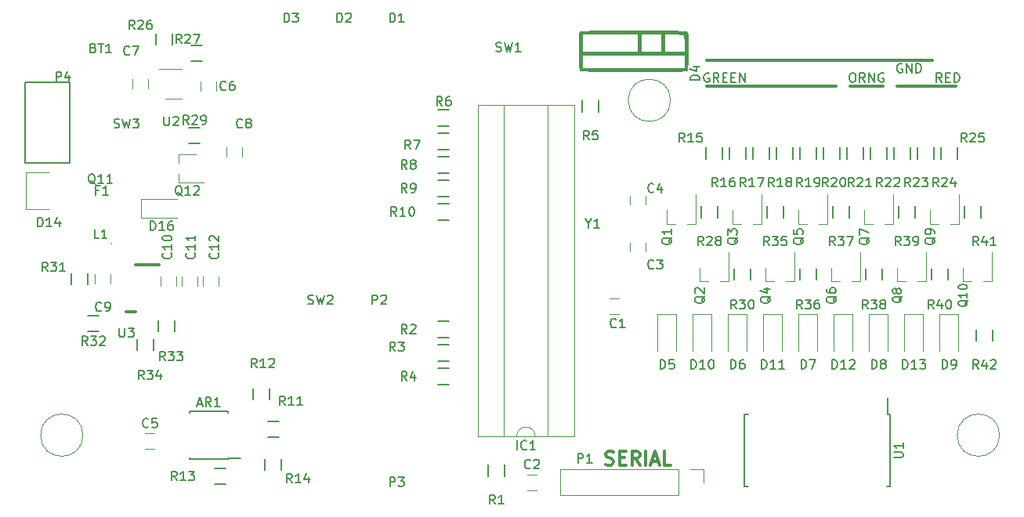
<source format=gbr>
G04 #@! TF.FileFunction,Legend,Top*
%FSLAX46Y46*%
G04 Gerber Fmt 4.6, Leading zero omitted, Abs format (unit mm)*
G04 Created by KiCad (PCBNEW 4.0.5) date 04/03/17 19:29:13*
%MOMM*%
%LPD*%
G01*
G04 APERTURE LIST*
%ADD10C,0.100000*%
%ADD11C,0.300000*%
%ADD12C,0.120000*%
%ADD13C,0.150000*%
%ADD14C,0.010000*%
G04 APERTURE END LIST*
D10*
D11*
X153380714Y-126972143D02*
X153595000Y-127043571D01*
X153952143Y-127043571D01*
X154095000Y-126972143D01*
X154166429Y-126900714D01*
X154237857Y-126757857D01*
X154237857Y-126615000D01*
X154166429Y-126472143D01*
X154095000Y-126400714D01*
X153952143Y-126329286D01*
X153666429Y-126257857D01*
X153523571Y-126186429D01*
X153452143Y-126115000D01*
X153380714Y-125972143D01*
X153380714Y-125829286D01*
X153452143Y-125686429D01*
X153523571Y-125615000D01*
X153666429Y-125543571D01*
X154023571Y-125543571D01*
X154237857Y-125615000D01*
X154880714Y-126257857D02*
X155380714Y-126257857D01*
X155595000Y-127043571D02*
X154880714Y-127043571D01*
X154880714Y-125543571D01*
X155595000Y-125543571D01*
X157095000Y-127043571D02*
X156595000Y-126329286D01*
X156237857Y-127043571D02*
X156237857Y-125543571D01*
X156809285Y-125543571D01*
X156952143Y-125615000D01*
X157023571Y-125686429D01*
X157095000Y-125829286D01*
X157095000Y-126043571D01*
X157023571Y-126186429D01*
X156952143Y-126257857D01*
X156809285Y-126329286D01*
X156237857Y-126329286D01*
X157737857Y-127043571D02*
X157737857Y-125543571D01*
X158380714Y-126615000D02*
X159095000Y-126615000D01*
X158237857Y-127043571D02*
X158737857Y-125543571D01*
X159237857Y-127043571D01*
X160452143Y-127043571D02*
X159737857Y-127043571D01*
X159737857Y-125543571D01*
D12*
X160401000Y-87630000D02*
G75*
G03X160401000Y-87630000I-2286000J0D01*
G01*
X195961000Y-123825000D02*
G75*
G03X195961000Y-123825000I-2286000J0D01*
G01*
D13*
X184151000Y-121601000D02*
X183876000Y-121601000D01*
X184151000Y-129351000D02*
X183786000Y-129351000D01*
X168401000Y-129351000D02*
X168766000Y-129351000D01*
X168401000Y-121601000D02*
X168766000Y-121601000D01*
X184151000Y-121601000D02*
X184151000Y-129351000D01*
X168401000Y-121601000D02*
X168401000Y-129351000D01*
X183876000Y-121601000D02*
X183876000Y-119776000D01*
D12*
X157695000Y-98925000D02*
X157695000Y-97925000D01*
X155995000Y-97925000D02*
X155995000Y-98925000D01*
D13*
X112565000Y-126400000D02*
X112565000Y-126350000D01*
X108415000Y-126400000D02*
X108415000Y-126255000D01*
X108415000Y-121250000D02*
X108415000Y-121395000D01*
X112565000Y-121250000D02*
X112565000Y-121395000D01*
X112565000Y-126400000D02*
X108415000Y-126400000D01*
X112565000Y-121250000D02*
X108415000Y-121250000D01*
X112565000Y-126350000D02*
X113965000Y-126350000D01*
D12*
X161020000Y-110780000D02*
X159020000Y-110780000D01*
X159020000Y-110780000D02*
X159020000Y-114680000D01*
X161020000Y-110780000D02*
X161020000Y-114680000D01*
X168640000Y-110780000D02*
X166640000Y-110780000D01*
X166640000Y-110780000D02*
X166640000Y-114680000D01*
X168640000Y-110780000D02*
X168640000Y-114680000D01*
X176260000Y-110780000D02*
X174260000Y-110780000D01*
X174260000Y-110780000D02*
X174260000Y-114680000D01*
X176260000Y-110780000D02*
X176260000Y-114680000D01*
X183880000Y-110780000D02*
X181880000Y-110780000D01*
X181880000Y-110780000D02*
X181880000Y-114680000D01*
X183880000Y-110780000D02*
X183880000Y-114680000D01*
X191500000Y-110780000D02*
X189500000Y-110780000D01*
X189500000Y-110780000D02*
X189500000Y-114680000D01*
X191500000Y-110780000D02*
X191500000Y-114680000D01*
X164830000Y-110780000D02*
X162830000Y-110780000D01*
X162830000Y-110780000D02*
X162830000Y-114680000D01*
X164830000Y-110780000D02*
X164830000Y-114680000D01*
X172450000Y-110780000D02*
X170450000Y-110780000D01*
X170450000Y-110780000D02*
X170450000Y-114680000D01*
X172450000Y-110780000D02*
X172450000Y-114680000D01*
X180070000Y-110780000D02*
X178070000Y-110780000D01*
X178070000Y-110780000D02*
X178070000Y-114680000D01*
X180070000Y-110780000D02*
X180070000Y-114680000D01*
X187690000Y-110780000D02*
X185690000Y-110780000D01*
X185690000Y-110780000D02*
X185690000Y-114680000D01*
X187690000Y-110780000D02*
X187690000Y-114680000D01*
X103160000Y-98314000D02*
X103160000Y-100314000D01*
X103160000Y-100314000D02*
X107060000Y-100314000D01*
X103160000Y-98314000D02*
X107060000Y-98314000D01*
X143780000Y-123945000D02*
G75*
G02X145780000Y-123945000I1000000J0D01*
G01*
X145780000Y-123945000D02*
X147150000Y-123945000D01*
X147150000Y-123945000D02*
X147150000Y-88145000D01*
X147150000Y-88145000D02*
X142410000Y-88145000D01*
X142410000Y-88145000D02*
X142410000Y-123945000D01*
X142410000Y-123945000D02*
X143780000Y-123945000D01*
X149980000Y-123945000D02*
X149980000Y-88145000D01*
X149980000Y-88145000D02*
X139580000Y-88145000D01*
X139580000Y-88145000D02*
X139580000Y-123945000D01*
X139580000Y-123945000D02*
X149980000Y-123945000D01*
D14*
X99950000Y-103124000D02*
X99950000Y-102994000D01*
D12*
X161290000Y-127515000D02*
X148470000Y-127515000D01*
X148470000Y-127515000D02*
X148470000Y-130295000D01*
X148470000Y-130295000D02*
X161290000Y-130295000D01*
X161290000Y-130295000D02*
X161290000Y-127515000D01*
X162560000Y-127515000D02*
X163950000Y-127515000D01*
X163950000Y-127515000D02*
X163950000Y-128905000D01*
X159964000Y-100963000D02*
X160894000Y-100963000D01*
X163124000Y-100963000D02*
X162194000Y-100963000D01*
X163124000Y-100963000D02*
X163124000Y-97803000D01*
X159964000Y-100963000D02*
X159964000Y-99503000D01*
X163520000Y-107186000D02*
X164450000Y-107186000D01*
X166680000Y-107186000D02*
X165750000Y-107186000D01*
X166680000Y-107186000D02*
X166680000Y-104026000D01*
X163520000Y-107186000D02*
X163520000Y-105726000D01*
X167076000Y-100963000D02*
X168006000Y-100963000D01*
X170236000Y-100963000D02*
X169306000Y-100963000D01*
X170236000Y-100963000D02*
X170236000Y-97803000D01*
X167076000Y-100963000D02*
X167076000Y-99503000D01*
X170632000Y-107186000D02*
X171562000Y-107186000D01*
X173792000Y-107186000D02*
X172862000Y-107186000D01*
X173792000Y-107186000D02*
X173792000Y-104026000D01*
X170632000Y-107186000D02*
X170632000Y-105726000D01*
X174188000Y-100963000D02*
X175118000Y-100963000D01*
X177348000Y-100963000D02*
X176418000Y-100963000D01*
X177348000Y-100963000D02*
X177348000Y-97803000D01*
X174188000Y-100963000D02*
X174188000Y-99503000D01*
X177744000Y-107186000D02*
X178674000Y-107186000D01*
X180904000Y-107186000D02*
X179974000Y-107186000D01*
X180904000Y-107186000D02*
X180904000Y-104026000D01*
X177744000Y-107186000D02*
X177744000Y-105726000D01*
X181300000Y-100963000D02*
X182230000Y-100963000D01*
X184460000Y-100963000D02*
X183530000Y-100963000D01*
X184460000Y-100963000D02*
X184460000Y-97803000D01*
X181300000Y-100963000D02*
X181300000Y-99503000D01*
X184856000Y-107186000D02*
X185786000Y-107186000D01*
X188016000Y-107186000D02*
X187086000Y-107186000D01*
X188016000Y-107186000D02*
X188016000Y-104026000D01*
X184856000Y-107186000D02*
X184856000Y-105726000D01*
X188412000Y-100963000D02*
X189342000Y-100963000D01*
X191572000Y-100963000D02*
X190642000Y-100963000D01*
X191572000Y-100963000D02*
X191572000Y-97803000D01*
X188412000Y-100963000D02*
X188412000Y-99503000D01*
X191968000Y-107186000D02*
X192898000Y-107186000D01*
X195128000Y-107186000D02*
X194198000Y-107186000D01*
X195128000Y-107186000D02*
X195128000Y-104026000D01*
X191968000Y-107186000D02*
X191968000Y-105726000D01*
X154805000Y-109005000D02*
X153805000Y-109005000D01*
X153805000Y-110705000D02*
X154805000Y-110705000D01*
X144915000Y-129755000D02*
X145915000Y-129755000D01*
X145915000Y-128055000D02*
X144915000Y-128055000D01*
X155995000Y-103005000D02*
X155995000Y-104005000D01*
X157695000Y-104005000D02*
X157695000Y-103005000D01*
X104640000Y-123610000D02*
X103640000Y-123610000D01*
X103640000Y-125310000D02*
X104640000Y-125310000D01*
X111340000Y-86606000D02*
X111340000Y-85606000D01*
X109640000Y-85606000D02*
X109640000Y-86606000D01*
X102274000Y-85352000D02*
X102274000Y-86352000D01*
X103974000Y-86352000D02*
X103974000Y-85352000D01*
X114134000Y-93718000D02*
X114134000Y-92718000D01*
X112434000Y-92718000D02*
X112434000Y-93718000D01*
X98210000Y-106434000D02*
X98210000Y-107434000D01*
X99910000Y-107434000D02*
X99910000Y-106434000D01*
X107022000Y-107688000D02*
X107022000Y-106688000D01*
X105322000Y-106688000D02*
X105322000Y-107688000D01*
X109308000Y-107688000D02*
X109308000Y-106688000D01*
X107608000Y-106688000D02*
X107608000Y-107688000D01*
X111594000Y-107688000D02*
X111594000Y-106688000D01*
X109894000Y-106688000D02*
X109894000Y-107688000D01*
D13*
X140730000Y-128235000D02*
X140730000Y-127035000D01*
X142480000Y-127035000D02*
X142480000Y-128235000D01*
X136490000Y-113270000D02*
X135290000Y-113270000D01*
X135290000Y-111520000D02*
X136490000Y-111520000D01*
X136490000Y-115810000D02*
X135290000Y-115810000D01*
X135290000Y-114060000D02*
X136490000Y-114060000D01*
X136490000Y-118350000D02*
X135290000Y-118350000D01*
X135290000Y-116600000D02*
X136490000Y-116600000D01*
X150890000Y-88865000D02*
X150890000Y-87665000D01*
X152640000Y-87665000D02*
X152640000Y-88865000D01*
X136490000Y-90410000D02*
X135290000Y-90410000D01*
X135290000Y-88660000D02*
X136490000Y-88660000D01*
X136490000Y-92950000D02*
X135290000Y-92950000D01*
X135290000Y-91200000D02*
X136490000Y-91200000D01*
X136490000Y-95490000D02*
X135290000Y-95490000D01*
X135290000Y-93740000D02*
X136490000Y-93740000D01*
X136490000Y-98030000D02*
X135290000Y-98030000D01*
X135290000Y-96280000D02*
X136490000Y-96280000D01*
X136490000Y-100570000D02*
X135290000Y-100570000D01*
X135290000Y-98820000D02*
X136490000Y-98820000D01*
X116875000Y-122315000D02*
X118075000Y-122315000D01*
X118075000Y-124065000D02*
X116875000Y-124065000D01*
X117080000Y-118780000D02*
X117080000Y-119980000D01*
X115330000Y-119980000D02*
X115330000Y-118780000D01*
X112360000Y-129145000D02*
X111160000Y-129145000D01*
X111160000Y-127395000D02*
X112360000Y-127395000D01*
X118350000Y-126400000D02*
X118350000Y-127600000D01*
X116600000Y-127600000D02*
X116600000Y-126400000D01*
X164225000Y-93945000D02*
X164225000Y-92745000D01*
X165975000Y-92745000D02*
X165975000Y-93945000D01*
X166765000Y-93945000D02*
X166765000Y-92745000D01*
X168515000Y-92745000D02*
X168515000Y-93945000D01*
X169305000Y-93945000D02*
X169305000Y-92745000D01*
X171055000Y-92745000D02*
X171055000Y-93945000D01*
X171845000Y-93945000D02*
X171845000Y-92745000D01*
X173595000Y-92745000D02*
X173595000Y-93945000D01*
X174385000Y-93945000D02*
X174385000Y-92745000D01*
X176135000Y-92745000D02*
X176135000Y-93945000D01*
X176925000Y-93945000D02*
X176925000Y-92745000D01*
X178675000Y-92745000D02*
X178675000Y-93945000D01*
X179465000Y-93945000D02*
X179465000Y-92745000D01*
X181215000Y-92745000D02*
X181215000Y-93945000D01*
X182005000Y-93945000D02*
X182005000Y-92745000D01*
X183755000Y-92745000D02*
X183755000Y-93945000D01*
X184545000Y-93945000D02*
X184545000Y-92745000D01*
X186295000Y-92745000D02*
X186295000Y-93945000D01*
X187085000Y-93945000D02*
X187085000Y-92745000D01*
X188835000Y-92745000D02*
X188835000Y-93945000D01*
X189625000Y-93945000D02*
X189625000Y-92745000D01*
X191375000Y-92745000D02*
X191375000Y-93945000D01*
X106539000Y-80426000D02*
X106539000Y-81626000D01*
X104789000Y-81626000D02*
X104789000Y-80426000D01*
X109820000Y-83425000D02*
X108620000Y-83425000D01*
X108620000Y-81675000D02*
X109820000Y-81675000D01*
X108366000Y-90565000D02*
X109566000Y-90565000D01*
X109566000Y-92315000D02*
X108366000Y-92315000D01*
X95645000Y-107534000D02*
X95645000Y-106334000D01*
X97395000Y-106334000D02*
X97395000Y-107534000D01*
X98644000Y-112635000D02*
X97444000Y-112635000D01*
X97444000Y-110885000D02*
X98644000Y-110885000D01*
X105043000Y-112614000D02*
X105043000Y-111414000D01*
X106793000Y-111414000D02*
X106793000Y-112614000D01*
X102757000Y-114646000D02*
X102757000Y-113446000D01*
X104507000Y-113446000D02*
X104507000Y-114646000D01*
D11*
X102616000Y-110490000D02*
X101600000Y-110490000D01*
X105156000Y-105410000D02*
X102616000Y-105410000D01*
X188722000Y-83312000D02*
X164338000Y-83312000D01*
X184912000Y-86106000D02*
X191262000Y-86106000D01*
X178308000Y-86106000D02*
X164338000Y-86106000D01*
X183388000Y-86106000D02*
X179832000Y-86106000D01*
D13*
X163717000Y-100295000D02*
X163717000Y-99095000D01*
X165467000Y-99095000D02*
X165467000Y-100295000D01*
X167273000Y-107026000D02*
X167273000Y-105826000D01*
X169023000Y-105826000D02*
X169023000Y-107026000D01*
X170829000Y-100295000D02*
X170829000Y-99095000D01*
X172579000Y-99095000D02*
X172579000Y-100295000D01*
X174385000Y-107026000D02*
X174385000Y-105826000D01*
X176135000Y-105826000D02*
X176135000Y-107026000D01*
X177941000Y-100295000D02*
X177941000Y-99095000D01*
X179691000Y-99095000D02*
X179691000Y-100295000D01*
X181497000Y-107026000D02*
X181497000Y-105826000D01*
X183247000Y-105826000D02*
X183247000Y-107026000D01*
X185053000Y-100295000D02*
X185053000Y-99095000D01*
X186803000Y-99095000D02*
X186803000Y-100295000D01*
X188609000Y-107026000D02*
X188609000Y-105826000D01*
X190359000Y-105826000D02*
X190359000Y-107026000D01*
X192165000Y-100295000D02*
X192165000Y-99095000D01*
X193915000Y-99095000D02*
X193915000Y-100295000D01*
X193435000Y-113630000D02*
X193435000Y-112430000D01*
X195185000Y-112430000D02*
X195185000Y-113630000D01*
D12*
X96901000Y-123825000D02*
G75*
G03X96901000Y-123825000I-2286000J0D01*
G01*
D10*
X107274000Y-95586000D02*
X107274000Y-96516000D01*
X107274000Y-94406000D02*
X107274000Y-93476000D01*
X107274000Y-93476000D02*
X109094000Y-93476000D01*
X107274000Y-96516000D02*
X109944000Y-96516000D01*
D14*
G36*
X157277594Y-80088926D02*
X158115485Y-80091290D01*
X158917810Y-80095763D01*
X159667495Y-80102367D01*
X160347464Y-80111123D01*
X160940645Y-80122051D01*
X161429962Y-80135172D01*
X161798343Y-80150507D01*
X162028712Y-80168076D01*
X162099900Y-80182312D01*
X162151622Y-80218512D01*
X162191155Y-80278578D01*
X162220130Y-80383408D01*
X162240175Y-80553901D01*
X162252921Y-80810955D01*
X162259999Y-81175470D01*
X162263037Y-81668343D01*
X162263667Y-82282045D01*
X162260798Y-82986688D01*
X162251794Y-83534438D01*
X162236063Y-83937646D01*
X162213010Y-84208660D01*
X162182041Y-84359830D01*
X162162067Y-84395733D01*
X162058052Y-84416814D01*
X161801774Y-84435658D01*
X161410288Y-84452266D01*
X160900651Y-84466639D01*
X160289917Y-84478775D01*
X159595143Y-84488675D01*
X158833384Y-84496339D01*
X158021695Y-84501767D01*
X157177133Y-84504959D01*
X156316752Y-84505914D01*
X155457609Y-84504634D01*
X154616758Y-84501118D01*
X153811256Y-84495365D01*
X153058158Y-84487377D01*
X152374520Y-84477152D01*
X151777397Y-84464692D01*
X151283845Y-84449995D01*
X150910920Y-84433062D01*
X150675676Y-84413894D01*
X150596600Y-84395733D01*
X150562381Y-84278548D01*
X150534645Y-84021438D01*
X150513391Y-83653684D01*
X150498621Y-83204571D01*
X150490597Y-82719333D01*
X150833667Y-82719333D01*
X150833667Y-84158667D01*
X161925000Y-84158667D01*
X161925000Y-82719333D01*
X150833667Y-82719333D01*
X150490597Y-82719333D01*
X150490333Y-82703382D01*
X150488529Y-82179400D01*
X150493207Y-81661908D01*
X150504368Y-81180189D01*
X150522012Y-80763526D01*
X150546139Y-80441203D01*
X150547351Y-80433333D01*
X150833667Y-80433333D01*
X150833667Y-82380667D01*
X156845000Y-82380667D01*
X156845000Y-80433333D01*
X157183667Y-80433333D01*
X157183667Y-82380667D01*
X159385000Y-82380667D01*
X159723667Y-82380667D01*
X161930546Y-82380667D01*
X161906606Y-81428167D01*
X161882667Y-80475667D01*
X160803167Y-80451970D01*
X159723667Y-80428274D01*
X159723667Y-82380667D01*
X159385000Y-82380667D01*
X159385000Y-80433333D01*
X157183667Y-80433333D01*
X156845000Y-80433333D01*
X150833667Y-80433333D01*
X150547351Y-80433333D01*
X150576749Y-80242504D01*
X150596600Y-80196266D01*
X150698830Y-80176786D01*
X150953310Y-80159188D01*
X151342964Y-80143493D01*
X151850718Y-80129722D01*
X152459500Y-80117895D01*
X153152233Y-80108033D01*
X153911845Y-80100157D01*
X154721262Y-80094289D01*
X155563408Y-80090446D01*
X156421210Y-80088652D01*
X157277594Y-80088926D01*
X157277594Y-80088926D01*
G37*
X157277594Y-80088926D02*
X158115485Y-80091290D01*
X158917810Y-80095763D01*
X159667495Y-80102367D01*
X160347464Y-80111123D01*
X160940645Y-80122051D01*
X161429962Y-80135172D01*
X161798343Y-80150507D01*
X162028712Y-80168076D01*
X162099900Y-80182312D01*
X162151622Y-80218512D01*
X162191155Y-80278578D01*
X162220130Y-80383408D01*
X162240175Y-80553901D01*
X162252921Y-80810955D01*
X162259999Y-81175470D01*
X162263037Y-81668343D01*
X162263667Y-82282045D01*
X162260798Y-82986688D01*
X162251794Y-83534438D01*
X162236063Y-83937646D01*
X162213010Y-84208660D01*
X162182041Y-84359830D01*
X162162067Y-84395733D01*
X162058052Y-84416814D01*
X161801774Y-84435658D01*
X161410288Y-84452266D01*
X160900651Y-84466639D01*
X160289917Y-84478775D01*
X159595143Y-84488675D01*
X158833384Y-84496339D01*
X158021695Y-84501767D01*
X157177133Y-84504959D01*
X156316752Y-84505914D01*
X155457609Y-84504634D01*
X154616758Y-84501118D01*
X153811256Y-84495365D01*
X153058158Y-84487377D01*
X152374520Y-84477152D01*
X151777397Y-84464692D01*
X151283845Y-84449995D01*
X150910920Y-84433062D01*
X150675676Y-84413894D01*
X150596600Y-84395733D01*
X150562381Y-84278548D01*
X150534645Y-84021438D01*
X150513391Y-83653684D01*
X150498621Y-83204571D01*
X150490597Y-82719333D01*
X150833667Y-82719333D01*
X150833667Y-84158667D01*
X161925000Y-84158667D01*
X161925000Y-82719333D01*
X150833667Y-82719333D01*
X150490597Y-82719333D01*
X150490333Y-82703382D01*
X150488529Y-82179400D01*
X150493207Y-81661908D01*
X150504368Y-81180189D01*
X150522012Y-80763526D01*
X150546139Y-80441203D01*
X150547351Y-80433333D01*
X150833667Y-80433333D01*
X150833667Y-82380667D01*
X156845000Y-82380667D01*
X156845000Y-80433333D01*
X157183667Y-80433333D01*
X157183667Y-82380667D01*
X159385000Y-82380667D01*
X159723667Y-82380667D01*
X161930546Y-82380667D01*
X161906606Y-81428167D01*
X161882667Y-80475667D01*
X160803167Y-80451970D01*
X159723667Y-80428274D01*
X159723667Y-82380667D01*
X159385000Y-82380667D01*
X159385000Y-80433333D01*
X157183667Y-80433333D01*
X156845000Y-80433333D01*
X150833667Y-80433333D01*
X150547351Y-80433333D01*
X150576749Y-80242504D01*
X150596600Y-80196266D01*
X150698830Y-80176786D01*
X150953310Y-80159188D01*
X151342964Y-80143493D01*
X151850718Y-80129722D01*
X152459500Y-80117895D01*
X153152233Y-80108033D01*
X153911845Y-80100157D01*
X154721262Y-80094289D01*
X155563408Y-80090446D01*
X156421210Y-80088652D01*
X157277594Y-80088926D01*
D12*
X105780000Y-87462000D02*
X107580000Y-87462000D01*
X107580000Y-84242000D02*
X105130000Y-84242000D01*
D10*
X90703400Y-99390200D02*
X93218000Y-99390200D01*
X93218000Y-95402400D02*
X90703400Y-95402400D01*
X90703400Y-97409000D02*
X90703400Y-95427800D01*
X90703400Y-97409000D02*
X90703400Y-99390200D01*
D13*
X95480800Y-85641200D02*
X90654800Y-85641200D01*
X90654800Y-94378800D02*
X95480800Y-94378800D01*
X95477540Y-85659100D02*
X95477540Y-94359100D01*
X90658140Y-94359100D02*
X90658140Y-85659100D01*
X184528381Y-126237905D02*
X185337905Y-126237905D01*
X185433143Y-126190286D01*
X185480762Y-126142667D01*
X185528381Y-126047429D01*
X185528381Y-125856952D01*
X185480762Y-125761714D01*
X185433143Y-125714095D01*
X185337905Y-125666476D01*
X184528381Y-125666476D01*
X185528381Y-124666476D02*
X185528381Y-125237905D01*
X185528381Y-124952191D02*
X184528381Y-124952191D01*
X184671238Y-125047429D01*
X184766476Y-125142667D01*
X184814095Y-125237905D01*
X158583334Y-97512143D02*
X158535715Y-97559762D01*
X158392858Y-97607381D01*
X158297620Y-97607381D01*
X158154762Y-97559762D01*
X158059524Y-97464524D01*
X158011905Y-97369286D01*
X157964286Y-97178810D01*
X157964286Y-97035952D01*
X158011905Y-96845476D01*
X158059524Y-96750238D01*
X158154762Y-96655000D01*
X158297620Y-96607381D01*
X158392858Y-96607381D01*
X158535715Y-96655000D01*
X158583334Y-96702619D01*
X159440477Y-96940714D02*
X159440477Y-97607381D01*
X159202381Y-96559762D02*
X158964286Y-97274048D01*
X159583334Y-97274048D01*
X98020286Y-81970571D02*
X98163143Y-82018190D01*
X98210762Y-82065810D01*
X98258381Y-82161048D01*
X98258381Y-82303905D01*
X98210762Y-82399143D01*
X98163143Y-82446762D01*
X98067905Y-82494381D01*
X97686952Y-82494381D01*
X97686952Y-81494381D01*
X98020286Y-81494381D01*
X98115524Y-81542000D01*
X98163143Y-81589619D01*
X98210762Y-81684857D01*
X98210762Y-81780095D01*
X98163143Y-81875333D01*
X98115524Y-81922952D01*
X98020286Y-81970571D01*
X97686952Y-81970571D01*
X98544095Y-81494381D02*
X99115524Y-81494381D01*
X98829809Y-82494381D02*
X98829809Y-81494381D01*
X99972667Y-82494381D02*
X99401238Y-82494381D01*
X99686952Y-82494381D02*
X99686952Y-81494381D01*
X99591714Y-81637238D01*
X99496476Y-81732476D01*
X99401238Y-81780095D01*
X109275714Y-120435667D02*
X109751905Y-120435667D01*
X109180476Y-120721381D02*
X109513809Y-119721381D01*
X109847143Y-120721381D01*
X110751905Y-120721381D02*
X110418571Y-120245190D01*
X110180476Y-120721381D02*
X110180476Y-119721381D01*
X110561429Y-119721381D01*
X110656667Y-119769000D01*
X110704286Y-119816619D01*
X110751905Y-119911857D01*
X110751905Y-120054714D01*
X110704286Y-120149952D01*
X110656667Y-120197571D01*
X110561429Y-120245190D01*
X110180476Y-120245190D01*
X111704286Y-120721381D02*
X111132857Y-120721381D01*
X111418571Y-120721381D02*
X111418571Y-119721381D01*
X111323333Y-119864238D01*
X111228095Y-119959476D01*
X111132857Y-120007095D01*
X159281905Y-116657381D02*
X159281905Y-115657381D01*
X159520000Y-115657381D01*
X159662858Y-115705000D01*
X159758096Y-115800238D01*
X159805715Y-115895476D01*
X159853334Y-116085952D01*
X159853334Y-116228810D01*
X159805715Y-116419286D01*
X159758096Y-116514524D01*
X159662858Y-116609762D01*
X159520000Y-116657381D01*
X159281905Y-116657381D01*
X160758096Y-115657381D02*
X160281905Y-115657381D01*
X160234286Y-116133571D01*
X160281905Y-116085952D01*
X160377143Y-116038333D01*
X160615239Y-116038333D01*
X160710477Y-116085952D01*
X160758096Y-116133571D01*
X160805715Y-116228810D01*
X160805715Y-116466905D01*
X160758096Y-116562143D01*
X160710477Y-116609762D01*
X160615239Y-116657381D01*
X160377143Y-116657381D01*
X160281905Y-116609762D01*
X160234286Y-116562143D01*
X166901905Y-116657381D02*
X166901905Y-115657381D01*
X167140000Y-115657381D01*
X167282858Y-115705000D01*
X167378096Y-115800238D01*
X167425715Y-115895476D01*
X167473334Y-116085952D01*
X167473334Y-116228810D01*
X167425715Y-116419286D01*
X167378096Y-116514524D01*
X167282858Y-116609762D01*
X167140000Y-116657381D01*
X166901905Y-116657381D01*
X168330477Y-115657381D02*
X168140000Y-115657381D01*
X168044762Y-115705000D01*
X167997143Y-115752619D01*
X167901905Y-115895476D01*
X167854286Y-116085952D01*
X167854286Y-116466905D01*
X167901905Y-116562143D01*
X167949524Y-116609762D01*
X168044762Y-116657381D01*
X168235239Y-116657381D01*
X168330477Y-116609762D01*
X168378096Y-116562143D01*
X168425715Y-116466905D01*
X168425715Y-116228810D01*
X168378096Y-116133571D01*
X168330477Y-116085952D01*
X168235239Y-116038333D01*
X168044762Y-116038333D01*
X167949524Y-116085952D01*
X167901905Y-116133571D01*
X167854286Y-116228810D01*
X174521905Y-116657381D02*
X174521905Y-115657381D01*
X174760000Y-115657381D01*
X174902858Y-115705000D01*
X174998096Y-115800238D01*
X175045715Y-115895476D01*
X175093334Y-116085952D01*
X175093334Y-116228810D01*
X175045715Y-116419286D01*
X174998096Y-116514524D01*
X174902858Y-116609762D01*
X174760000Y-116657381D01*
X174521905Y-116657381D01*
X175426667Y-115657381D02*
X176093334Y-115657381D01*
X175664762Y-116657381D01*
X182141905Y-116657381D02*
X182141905Y-115657381D01*
X182380000Y-115657381D01*
X182522858Y-115705000D01*
X182618096Y-115800238D01*
X182665715Y-115895476D01*
X182713334Y-116085952D01*
X182713334Y-116228810D01*
X182665715Y-116419286D01*
X182618096Y-116514524D01*
X182522858Y-116609762D01*
X182380000Y-116657381D01*
X182141905Y-116657381D01*
X183284762Y-116085952D02*
X183189524Y-116038333D01*
X183141905Y-115990714D01*
X183094286Y-115895476D01*
X183094286Y-115847857D01*
X183141905Y-115752619D01*
X183189524Y-115705000D01*
X183284762Y-115657381D01*
X183475239Y-115657381D01*
X183570477Y-115705000D01*
X183618096Y-115752619D01*
X183665715Y-115847857D01*
X183665715Y-115895476D01*
X183618096Y-115990714D01*
X183570477Y-116038333D01*
X183475239Y-116085952D01*
X183284762Y-116085952D01*
X183189524Y-116133571D01*
X183141905Y-116181190D01*
X183094286Y-116276429D01*
X183094286Y-116466905D01*
X183141905Y-116562143D01*
X183189524Y-116609762D01*
X183284762Y-116657381D01*
X183475239Y-116657381D01*
X183570477Y-116609762D01*
X183618096Y-116562143D01*
X183665715Y-116466905D01*
X183665715Y-116276429D01*
X183618096Y-116181190D01*
X183570477Y-116133571D01*
X183475239Y-116085952D01*
X189761905Y-116657381D02*
X189761905Y-115657381D01*
X190000000Y-115657381D01*
X190142858Y-115705000D01*
X190238096Y-115800238D01*
X190285715Y-115895476D01*
X190333334Y-116085952D01*
X190333334Y-116228810D01*
X190285715Y-116419286D01*
X190238096Y-116514524D01*
X190142858Y-116609762D01*
X190000000Y-116657381D01*
X189761905Y-116657381D01*
X190809524Y-116657381D02*
X191000000Y-116657381D01*
X191095239Y-116609762D01*
X191142858Y-116562143D01*
X191238096Y-116419286D01*
X191285715Y-116228810D01*
X191285715Y-115847857D01*
X191238096Y-115752619D01*
X191190477Y-115705000D01*
X191095239Y-115657381D01*
X190904762Y-115657381D01*
X190809524Y-115705000D01*
X190761905Y-115752619D01*
X190714286Y-115847857D01*
X190714286Y-116085952D01*
X190761905Y-116181190D01*
X190809524Y-116228810D01*
X190904762Y-116276429D01*
X191095239Y-116276429D01*
X191190477Y-116228810D01*
X191238096Y-116181190D01*
X191285715Y-116085952D01*
X162615714Y-116657381D02*
X162615714Y-115657381D01*
X162853809Y-115657381D01*
X162996667Y-115705000D01*
X163091905Y-115800238D01*
X163139524Y-115895476D01*
X163187143Y-116085952D01*
X163187143Y-116228810D01*
X163139524Y-116419286D01*
X163091905Y-116514524D01*
X162996667Y-116609762D01*
X162853809Y-116657381D01*
X162615714Y-116657381D01*
X164139524Y-116657381D02*
X163568095Y-116657381D01*
X163853809Y-116657381D02*
X163853809Y-115657381D01*
X163758571Y-115800238D01*
X163663333Y-115895476D01*
X163568095Y-115943095D01*
X164758571Y-115657381D02*
X164853810Y-115657381D01*
X164949048Y-115705000D01*
X164996667Y-115752619D01*
X165044286Y-115847857D01*
X165091905Y-116038333D01*
X165091905Y-116276429D01*
X165044286Y-116466905D01*
X164996667Y-116562143D01*
X164949048Y-116609762D01*
X164853810Y-116657381D01*
X164758571Y-116657381D01*
X164663333Y-116609762D01*
X164615714Y-116562143D01*
X164568095Y-116466905D01*
X164520476Y-116276429D01*
X164520476Y-116038333D01*
X164568095Y-115847857D01*
X164615714Y-115752619D01*
X164663333Y-115705000D01*
X164758571Y-115657381D01*
X170235714Y-116657381D02*
X170235714Y-115657381D01*
X170473809Y-115657381D01*
X170616667Y-115705000D01*
X170711905Y-115800238D01*
X170759524Y-115895476D01*
X170807143Y-116085952D01*
X170807143Y-116228810D01*
X170759524Y-116419286D01*
X170711905Y-116514524D01*
X170616667Y-116609762D01*
X170473809Y-116657381D01*
X170235714Y-116657381D01*
X171759524Y-116657381D02*
X171188095Y-116657381D01*
X171473809Y-116657381D02*
X171473809Y-115657381D01*
X171378571Y-115800238D01*
X171283333Y-115895476D01*
X171188095Y-115943095D01*
X172711905Y-116657381D02*
X172140476Y-116657381D01*
X172426190Y-116657381D02*
X172426190Y-115657381D01*
X172330952Y-115800238D01*
X172235714Y-115895476D01*
X172140476Y-115943095D01*
X177855714Y-116657381D02*
X177855714Y-115657381D01*
X178093809Y-115657381D01*
X178236667Y-115705000D01*
X178331905Y-115800238D01*
X178379524Y-115895476D01*
X178427143Y-116085952D01*
X178427143Y-116228810D01*
X178379524Y-116419286D01*
X178331905Y-116514524D01*
X178236667Y-116609762D01*
X178093809Y-116657381D01*
X177855714Y-116657381D01*
X179379524Y-116657381D02*
X178808095Y-116657381D01*
X179093809Y-116657381D02*
X179093809Y-115657381D01*
X178998571Y-115800238D01*
X178903333Y-115895476D01*
X178808095Y-115943095D01*
X179760476Y-115752619D02*
X179808095Y-115705000D01*
X179903333Y-115657381D01*
X180141429Y-115657381D01*
X180236667Y-115705000D01*
X180284286Y-115752619D01*
X180331905Y-115847857D01*
X180331905Y-115943095D01*
X180284286Y-116085952D01*
X179712857Y-116657381D01*
X180331905Y-116657381D01*
X185475714Y-116657381D02*
X185475714Y-115657381D01*
X185713809Y-115657381D01*
X185856667Y-115705000D01*
X185951905Y-115800238D01*
X185999524Y-115895476D01*
X186047143Y-116085952D01*
X186047143Y-116228810D01*
X185999524Y-116419286D01*
X185951905Y-116514524D01*
X185856667Y-116609762D01*
X185713809Y-116657381D01*
X185475714Y-116657381D01*
X186999524Y-116657381D02*
X186428095Y-116657381D01*
X186713809Y-116657381D02*
X186713809Y-115657381D01*
X186618571Y-115800238D01*
X186523333Y-115895476D01*
X186428095Y-115943095D01*
X187332857Y-115657381D02*
X187951905Y-115657381D01*
X187618571Y-116038333D01*
X187761429Y-116038333D01*
X187856667Y-116085952D01*
X187904286Y-116133571D01*
X187951905Y-116228810D01*
X187951905Y-116466905D01*
X187904286Y-116562143D01*
X187856667Y-116609762D01*
X187761429Y-116657381D01*
X187475714Y-116657381D01*
X187380476Y-116609762D01*
X187332857Y-116562143D01*
X104195714Y-101671381D02*
X104195714Y-100671381D01*
X104433809Y-100671381D01*
X104576667Y-100719000D01*
X104671905Y-100814238D01*
X104719524Y-100909476D01*
X104767143Y-101099952D01*
X104767143Y-101242810D01*
X104719524Y-101433286D01*
X104671905Y-101528524D01*
X104576667Y-101623762D01*
X104433809Y-101671381D01*
X104195714Y-101671381D01*
X105719524Y-101671381D02*
X105148095Y-101671381D01*
X105433809Y-101671381D02*
X105433809Y-100671381D01*
X105338571Y-100814238D01*
X105243333Y-100909476D01*
X105148095Y-100957095D01*
X106576667Y-100671381D02*
X106386190Y-100671381D01*
X106290952Y-100719000D01*
X106243333Y-100766619D01*
X106148095Y-100909476D01*
X106100476Y-101099952D01*
X106100476Y-101480905D01*
X106148095Y-101576143D01*
X106195714Y-101623762D01*
X106290952Y-101671381D01*
X106481429Y-101671381D01*
X106576667Y-101623762D01*
X106624286Y-101576143D01*
X106671905Y-101480905D01*
X106671905Y-101242810D01*
X106624286Y-101147571D01*
X106576667Y-101099952D01*
X106481429Y-101052333D01*
X106290952Y-101052333D01*
X106195714Y-101099952D01*
X106148095Y-101147571D01*
X106100476Y-101242810D01*
X143803810Y-125397381D02*
X143803810Y-124397381D01*
X144851429Y-125302143D02*
X144803810Y-125349762D01*
X144660953Y-125397381D01*
X144565715Y-125397381D01*
X144422857Y-125349762D01*
X144327619Y-125254524D01*
X144280000Y-125159286D01*
X144232381Y-124968810D01*
X144232381Y-124825952D01*
X144280000Y-124635476D01*
X144327619Y-124540238D01*
X144422857Y-124445000D01*
X144565715Y-124397381D01*
X144660953Y-124397381D01*
X144803810Y-124445000D01*
X144851429Y-124492619D01*
X145803810Y-125397381D02*
X145232381Y-125397381D01*
X145518095Y-125397381D02*
X145518095Y-124397381D01*
X145422857Y-124540238D01*
X145327619Y-124635476D01*
X145232381Y-124683095D01*
X98639334Y-102560381D02*
X98163143Y-102560381D01*
X98163143Y-101560381D01*
X99496477Y-102560381D02*
X98925048Y-102560381D01*
X99210762Y-102560381D02*
X99210762Y-101560381D01*
X99115524Y-101703238D01*
X99020286Y-101798476D01*
X98925048Y-101846095D01*
X150391905Y-126817381D02*
X150391905Y-125817381D01*
X150772858Y-125817381D01*
X150868096Y-125865000D01*
X150915715Y-125912619D01*
X150963334Y-126007857D01*
X150963334Y-126150714D01*
X150915715Y-126245952D01*
X150868096Y-126293571D01*
X150772858Y-126341190D01*
X150391905Y-126341190D01*
X151915715Y-126817381D02*
X151344286Y-126817381D01*
X151630000Y-126817381D02*
X151630000Y-125817381D01*
X151534762Y-125960238D01*
X151439524Y-126055476D01*
X151344286Y-126103095D01*
X98599667Y-97337571D02*
X98266333Y-97337571D01*
X98266333Y-97861381D02*
X98266333Y-96861381D01*
X98742524Y-96861381D01*
X99647286Y-97861381D02*
X99075857Y-97861381D01*
X99361571Y-97861381D02*
X99361571Y-96861381D01*
X99266333Y-97004238D01*
X99171095Y-97099476D01*
X99075857Y-97147095D01*
X130071905Y-79192381D02*
X130071905Y-78192381D01*
X130310000Y-78192381D01*
X130452858Y-78240000D01*
X130548096Y-78335238D01*
X130595715Y-78430476D01*
X130643334Y-78620952D01*
X130643334Y-78763810D01*
X130595715Y-78954286D01*
X130548096Y-79049524D01*
X130452858Y-79144762D01*
X130310000Y-79192381D01*
X130071905Y-79192381D01*
X131595715Y-79192381D02*
X131024286Y-79192381D01*
X131310000Y-79192381D02*
X131310000Y-78192381D01*
X131214762Y-78335238D01*
X131119524Y-78430476D01*
X131024286Y-78478095D01*
X124356905Y-79192381D02*
X124356905Y-78192381D01*
X124595000Y-78192381D01*
X124737858Y-78240000D01*
X124833096Y-78335238D01*
X124880715Y-78430476D01*
X124928334Y-78620952D01*
X124928334Y-78763810D01*
X124880715Y-78954286D01*
X124833096Y-79049524D01*
X124737858Y-79144762D01*
X124595000Y-79192381D01*
X124356905Y-79192381D01*
X125309286Y-78287619D02*
X125356905Y-78240000D01*
X125452143Y-78192381D01*
X125690239Y-78192381D01*
X125785477Y-78240000D01*
X125833096Y-78287619D01*
X125880715Y-78382857D01*
X125880715Y-78478095D01*
X125833096Y-78620952D01*
X125261667Y-79192381D01*
X125880715Y-79192381D01*
X118641905Y-79192381D02*
X118641905Y-78192381D01*
X118880000Y-78192381D01*
X119022858Y-78240000D01*
X119118096Y-78335238D01*
X119165715Y-78430476D01*
X119213334Y-78620952D01*
X119213334Y-78763810D01*
X119165715Y-78954286D01*
X119118096Y-79049524D01*
X119022858Y-79144762D01*
X118880000Y-79192381D01*
X118641905Y-79192381D01*
X119546667Y-78192381D02*
X120165715Y-78192381D01*
X119832381Y-78573333D01*
X119975239Y-78573333D01*
X120070477Y-78620952D01*
X120118096Y-78668571D01*
X120165715Y-78763810D01*
X120165715Y-79001905D01*
X120118096Y-79097143D01*
X120070477Y-79144762D01*
X119975239Y-79192381D01*
X119689524Y-79192381D01*
X119594286Y-79144762D01*
X119546667Y-79097143D01*
X128166905Y-109672381D02*
X128166905Y-108672381D01*
X128547858Y-108672381D01*
X128643096Y-108720000D01*
X128690715Y-108767619D01*
X128738334Y-108862857D01*
X128738334Y-109005714D01*
X128690715Y-109100952D01*
X128643096Y-109148571D01*
X128547858Y-109196190D01*
X128166905Y-109196190D01*
X129119286Y-108767619D02*
X129166905Y-108720000D01*
X129262143Y-108672381D01*
X129500239Y-108672381D01*
X129595477Y-108720000D01*
X129643096Y-108767619D01*
X129690715Y-108862857D01*
X129690715Y-108958095D01*
X129643096Y-109100952D01*
X129071667Y-109672381D01*
X129690715Y-109672381D01*
X130071905Y-129357381D02*
X130071905Y-128357381D01*
X130452858Y-128357381D01*
X130548096Y-128405000D01*
X130595715Y-128452619D01*
X130643334Y-128547857D01*
X130643334Y-128690714D01*
X130595715Y-128785952D01*
X130548096Y-128833571D01*
X130452858Y-128881190D01*
X130071905Y-128881190D01*
X130976667Y-128357381D02*
X131595715Y-128357381D01*
X131262381Y-128738333D01*
X131405239Y-128738333D01*
X131500477Y-128785952D01*
X131548096Y-128833571D01*
X131595715Y-128928810D01*
X131595715Y-129166905D01*
X131548096Y-129262143D01*
X131500477Y-129309762D01*
X131405239Y-129357381D01*
X131119524Y-129357381D01*
X131024286Y-129309762D01*
X130976667Y-129262143D01*
X160567619Y-102457238D02*
X160520000Y-102552476D01*
X160424762Y-102647714D01*
X160281905Y-102790571D01*
X160234286Y-102885810D01*
X160234286Y-102981048D01*
X160472381Y-102933429D02*
X160424762Y-103028667D01*
X160329524Y-103123905D01*
X160139048Y-103171524D01*
X159805714Y-103171524D01*
X159615238Y-103123905D01*
X159520000Y-103028667D01*
X159472381Y-102933429D01*
X159472381Y-102742952D01*
X159520000Y-102647714D01*
X159615238Y-102552476D01*
X159805714Y-102504857D01*
X160139048Y-102504857D01*
X160329524Y-102552476D01*
X160424762Y-102647714D01*
X160472381Y-102742952D01*
X160472381Y-102933429D01*
X160472381Y-101552476D02*
X160472381Y-102123905D01*
X160472381Y-101838191D02*
X159472381Y-101838191D01*
X159615238Y-101933429D01*
X159710476Y-102028667D01*
X159758095Y-102123905D01*
X164123619Y-108807238D02*
X164076000Y-108902476D01*
X163980762Y-108997714D01*
X163837905Y-109140571D01*
X163790286Y-109235810D01*
X163790286Y-109331048D01*
X164028381Y-109283429D02*
X163980762Y-109378667D01*
X163885524Y-109473905D01*
X163695048Y-109521524D01*
X163361714Y-109521524D01*
X163171238Y-109473905D01*
X163076000Y-109378667D01*
X163028381Y-109283429D01*
X163028381Y-109092952D01*
X163076000Y-108997714D01*
X163171238Y-108902476D01*
X163361714Y-108854857D01*
X163695048Y-108854857D01*
X163885524Y-108902476D01*
X163980762Y-108997714D01*
X164028381Y-109092952D01*
X164028381Y-109283429D01*
X163123619Y-108473905D02*
X163076000Y-108426286D01*
X163028381Y-108331048D01*
X163028381Y-108092952D01*
X163076000Y-107997714D01*
X163123619Y-107950095D01*
X163218857Y-107902476D01*
X163314095Y-107902476D01*
X163456952Y-107950095D01*
X164028381Y-108521524D01*
X164028381Y-107902476D01*
X167679619Y-102457238D02*
X167632000Y-102552476D01*
X167536762Y-102647714D01*
X167393905Y-102790571D01*
X167346286Y-102885810D01*
X167346286Y-102981048D01*
X167584381Y-102933429D02*
X167536762Y-103028667D01*
X167441524Y-103123905D01*
X167251048Y-103171524D01*
X166917714Y-103171524D01*
X166727238Y-103123905D01*
X166632000Y-103028667D01*
X166584381Y-102933429D01*
X166584381Y-102742952D01*
X166632000Y-102647714D01*
X166727238Y-102552476D01*
X166917714Y-102504857D01*
X167251048Y-102504857D01*
X167441524Y-102552476D01*
X167536762Y-102647714D01*
X167584381Y-102742952D01*
X167584381Y-102933429D01*
X166584381Y-102171524D02*
X166584381Y-101552476D01*
X166965333Y-101885810D01*
X166965333Y-101742952D01*
X167012952Y-101647714D01*
X167060571Y-101600095D01*
X167155810Y-101552476D01*
X167393905Y-101552476D01*
X167489143Y-101600095D01*
X167536762Y-101647714D01*
X167584381Y-101742952D01*
X167584381Y-102028667D01*
X167536762Y-102123905D01*
X167489143Y-102171524D01*
X171235619Y-108807238D02*
X171188000Y-108902476D01*
X171092762Y-108997714D01*
X170949905Y-109140571D01*
X170902286Y-109235810D01*
X170902286Y-109331048D01*
X171140381Y-109283429D02*
X171092762Y-109378667D01*
X170997524Y-109473905D01*
X170807048Y-109521524D01*
X170473714Y-109521524D01*
X170283238Y-109473905D01*
X170188000Y-109378667D01*
X170140381Y-109283429D01*
X170140381Y-109092952D01*
X170188000Y-108997714D01*
X170283238Y-108902476D01*
X170473714Y-108854857D01*
X170807048Y-108854857D01*
X170997524Y-108902476D01*
X171092762Y-108997714D01*
X171140381Y-109092952D01*
X171140381Y-109283429D01*
X170473714Y-107997714D02*
X171140381Y-107997714D01*
X170092762Y-108235810D02*
X170807048Y-108473905D01*
X170807048Y-107854857D01*
X174791619Y-102457238D02*
X174744000Y-102552476D01*
X174648762Y-102647714D01*
X174505905Y-102790571D01*
X174458286Y-102885810D01*
X174458286Y-102981048D01*
X174696381Y-102933429D02*
X174648762Y-103028667D01*
X174553524Y-103123905D01*
X174363048Y-103171524D01*
X174029714Y-103171524D01*
X173839238Y-103123905D01*
X173744000Y-103028667D01*
X173696381Y-102933429D01*
X173696381Y-102742952D01*
X173744000Y-102647714D01*
X173839238Y-102552476D01*
X174029714Y-102504857D01*
X174363048Y-102504857D01*
X174553524Y-102552476D01*
X174648762Y-102647714D01*
X174696381Y-102742952D01*
X174696381Y-102933429D01*
X173696381Y-101600095D02*
X173696381Y-102076286D01*
X174172571Y-102123905D01*
X174124952Y-102076286D01*
X174077333Y-101981048D01*
X174077333Y-101742952D01*
X174124952Y-101647714D01*
X174172571Y-101600095D01*
X174267810Y-101552476D01*
X174505905Y-101552476D01*
X174601143Y-101600095D01*
X174648762Y-101647714D01*
X174696381Y-101742952D01*
X174696381Y-101981048D01*
X174648762Y-102076286D01*
X174601143Y-102123905D01*
X178347619Y-108807238D02*
X178300000Y-108902476D01*
X178204762Y-108997714D01*
X178061905Y-109140571D01*
X178014286Y-109235810D01*
X178014286Y-109331048D01*
X178252381Y-109283429D02*
X178204762Y-109378667D01*
X178109524Y-109473905D01*
X177919048Y-109521524D01*
X177585714Y-109521524D01*
X177395238Y-109473905D01*
X177300000Y-109378667D01*
X177252381Y-109283429D01*
X177252381Y-109092952D01*
X177300000Y-108997714D01*
X177395238Y-108902476D01*
X177585714Y-108854857D01*
X177919048Y-108854857D01*
X178109524Y-108902476D01*
X178204762Y-108997714D01*
X178252381Y-109092952D01*
X178252381Y-109283429D01*
X177252381Y-107997714D02*
X177252381Y-108188191D01*
X177300000Y-108283429D01*
X177347619Y-108331048D01*
X177490476Y-108426286D01*
X177680952Y-108473905D01*
X178061905Y-108473905D01*
X178157143Y-108426286D01*
X178204762Y-108378667D01*
X178252381Y-108283429D01*
X178252381Y-108092952D01*
X178204762Y-107997714D01*
X178157143Y-107950095D01*
X178061905Y-107902476D01*
X177823810Y-107902476D01*
X177728571Y-107950095D01*
X177680952Y-107997714D01*
X177633333Y-108092952D01*
X177633333Y-108283429D01*
X177680952Y-108378667D01*
X177728571Y-108426286D01*
X177823810Y-108473905D01*
X181903619Y-102457238D02*
X181856000Y-102552476D01*
X181760762Y-102647714D01*
X181617905Y-102790571D01*
X181570286Y-102885810D01*
X181570286Y-102981048D01*
X181808381Y-102933429D02*
X181760762Y-103028667D01*
X181665524Y-103123905D01*
X181475048Y-103171524D01*
X181141714Y-103171524D01*
X180951238Y-103123905D01*
X180856000Y-103028667D01*
X180808381Y-102933429D01*
X180808381Y-102742952D01*
X180856000Y-102647714D01*
X180951238Y-102552476D01*
X181141714Y-102504857D01*
X181475048Y-102504857D01*
X181665524Y-102552476D01*
X181760762Y-102647714D01*
X181808381Y-102742952D01*
X181808381Y-102933429D01*
X180808381Y-102171524D02*
X180808381Y-101504857D01*
X181808381Y-101933429D01*
X185404857Y-108797714D02*
X185362000Y-108883429D01*
X185276286Y-108969143D01*
X185147714Y-109097714D01*
X185104857Y-109183429D01*
X185104857Y-109269143D01*
X185319143Y-109226286D02*
X185276286Y-109312000D01*
X185190571Y-109397714D01*
X185019143Y-109440571D01*
X184719143Y-109440571D01*
X184547714Y-109397714D01*
X184462000Y-109312000D01*
X184419143Y-109226286D01*
X184419143Y-109054857D01*
X184462000Y-108969143D01*
X184547714Y-108883429D01*
X184719143Y-108840571D01*
X185019143Y-108840571D01*
X185190571Y-108883429D01*
X185276286Y-108969143D01*
X185319143Y-109054857D01*
X185319143Y-109226286D01*
X184804857Y-108326286D02*
X184762000Y-108412000D01*
X184719143Y-108454857D01*
X184633429Y-108497714D01*
X184590571Y-108497714D01*
X184504857Y-108454857D01*
X184462000Y-108412000D01*
X184419143Y-108326286D01*
X184419143Y-108154857D01*
X184462000Y-108069143D01*
X184504857Y-108026286D01*
X184590571Y-107983429D01*
X184633429Y-107983429D01*
X184719143Y-108026286D01*
X184762000Y-108069143D01*
X184804857Y-108154857D01*
X184804857Y-108326286D01*
X184847714Y-108412000D01*
X184890571Y-108454857D01*
X184976286Y-108497714D01*
X185147714Y-108497714D01*
X185233429Y-108454857D01*
X185276286Y-108412000D01*
X185319143Y-108326286D01*
X185319143Y-108154857D01*
X185276286Y-108069143D01*
X185233429Y-108026286D01*
X185147714Y-107983429D01*
X184976286Y-107983429D01*
X184890571Y-108026286D01*
X184847714Y-108069143D01*
X184804857Y-108154857D01*
X189015619Y-102457238D02*
X188968000Y-102552476D01*
X188872762Y-102647714D01*
X188729905Y-102790571D01*
X188682286Y-102885810D01*
X188682286Y-102981048D01*
X188920381Y-102933429D02*
X188872762Y-103028667D01*
X188777524Y-103123905D01*
X188587048Y-103171524D01*
X188253714Y-103171524D01*
X188063238Y-103123905D01*
X187968000Y-103028667D01*
X187920381Y-102933429D01*
X187920381Y-102742952D01*
X187968000Y-102647714D01*
X188063238Y-102552476D01*
X188253714Y-102504857D01*
X188587048Y-102504857D01*
X188777524Y-102552476D01*
X188872762Y-102647714D01*
X188920381Y-102742952D01*
X188920381Y-102933429D01*
X188920381Y-102028667D02*
X188920381Y-101838191D01*
X188872762Y-101742952D01*
X188825143Y-101695333D01*
X188682286Y-101600095D01*
X188491810Y-101552476D01*
X188110857Y-101552476D01*
X188015619Y-101600095D01*
X187968000Y-101647714D01*
X187920381Y-101742952D01*
X187920381Y-101933429D01*
X187968000Y-102028667D01*
X188015619Y-102076286D01*
X188110857Y-102123905D01*
X188348952Y-102123905D01*
X188444190Y-102076286D01*
X188491810Y-102028667D01*
X188539429Y-101933429D01*
X188539429Y-101742952D01*
X188491810Y-101647714D01*
X188444190Y-101600095D01*
X188348952Y-101552476D01*
X192516857Y-109226285D02*
X192474000Y-109312000D01*
X192388286Y-109397714D01*
X192259714Y-109526285D01*
X192216857Y-109612000D01*
X192216857Y-109697714D01*
X192431143Y-109654857D02*
X192388286Y-109740571D01*
X192302571Y-109826285D01*
X192131143Y-109869142D01*
X191831143Y-109869142D01*
X191659714Y-109826285D01*
X191574000Y-109740571D01*
X191531143Y-109654857D01*
X191531143Y-109483428D01*
X191574000Y-109397714D01*
X191659714Y-109312000D01*
X191831143Y-109269142D01*
X192131143Y-109269142D01*
X192302571Y-109312000D01*
X192388286Y-109397714D01*
X192431143Y-109483428D01*
X192431143Y-109654857D01*
X192431143Y-108412000D02*
X192431143Y-108926285D01*
X192431143Y-108669143D02*
X191531143Y-108669143D01*
X191659714Y-108754857D01*
X191745429Y-108840571D01*
X191788286Y-108926285D01*
X191531143Y-107854857D02*
X191531143Y-107769142D01*
X191574000Y-107683428D01*
X191616857Y-107640571D01*
X191702571Y-107597714D01*
X191874000Y-107554857D01*
X192088286Y-107554857D01*
X192259714Y-107597714D01*
X192345429Y-107640571D01*
X192388286Y-107683428D01*
X192431143Y-107769142D01*
X192431143Y-107854857D01*
X192388286Y-107940571D01*
X192345429Y-107983428D01*
X192259714Y-108026285D01*
X192088286Y-108069142D01*
X191874000Y-108069142D01*
X191702571Y-108026285D01*
X191616857Y-107983428D01*
X191574000Y-107940571D01*
X191531143Y-107854857D01*
X98234572Y-96686619D02*
X98139334Y-96639000D01*
X98044096Y-96543762D01*
X97901239Y-96400905D01*
X97806000Y-96353286D01*
X97710762Y-96353286D01*
X97758381Y-96591381D02*
X97663143Y-96543762D01*
X97567905Y-96448524D01*
X97520286Y-96258048D01*
X97520286Y-95924714D01*
X97567905Y-95734238D01*
X97663143Y-95639000D01*
X97758381Y-95591381D01*
X97948858Y-95591381D01*
X98044096Y-95639000D01*
X98139334Y-95734238D01*
X98186953Y-95924714D01*
X98186953Y-96258048D01*
X98139334Y-96448524D01*
X98044096Y-96543762D01*
X97948858Y-96591381D01*
X97758381Y-96591381D01*
X99139334Y-96591381D02*
X98567905Y-96591381D01*
X98853619Y-96591381D02*
X98853619Y-95591381D01*
X98758381Y-95734238D01*
X98663143Y-95829476D01*
X98567905Y-95877095D01*
X100091715Y-96591381D02*
X99520286Y-96591381D01*
X99806000Y-96591381D02*
X99806000Y-95591381D01*
X99710762Y-95734238D01*
X99615524Y-95829476D01*
X99520286Y-95877095D01*
X100266667Y-90574762D02*
X100409524Y-90622381D01*
X100647620Y-90622381D01*
X100742858Y-90574762D01*
X100790477Y-90527143D01*
X100838096Y-90431905D01*
X100838096Y-90336667D01*
X100790477Y-90241429D01*
X100742858Y-90193810D01*
X100647620Y-90146190D01*
X100457143Y-90098571D01*
X100361905Y-90050952D01*
X100314286Y-90003333D01*
X100266667Y-89908095D01*
X100266667Y-89812857D01*
X100314286Y-89717619D01*
X100361905Y-89670000D01*
X100457143Y-89622381D01*
X100695239Y-89622381D01*
X100838096Y-89670000D01*
X101171429Y-89622381D02*
X101409524Y-90622381D01*
X101600001Y-89908095D01*
X101790477Y-90622381D01*
X102028572Y-89622381D01*
X102314286Y-89622381D02*
X102933334Y-89622381D01*
X102600000Y-90003333D01*
X102742858Y-90003333D01*
X102838096Y-90050952D01*
X102885715Y-90098571D01*
X102933334Y-90193810D01*
X102933334Y-90431905D01*
X102885715Y-90527143D01*
X102838096Y-90574762D01*
X102742858Y-90622381D01*
X102457143Y-90622381D01*
X102361905Y-90574762D01*
X102314286Y-90527143D01*
X154519334Y-112117143D02*
X154471715Y-112164762D01*
X154328858Y-112212381D01*
X154233620Y-112212381D01*
X154090762Y-112164762D01*
X153995524Y-112069524D01*
X153947905Y-111974286D01*
X153900286Y-111783810D01*
X153900286Y-111640952D01*
X153947905Y-111450476D01*
X153995524Y-111355238D01*
X154090762Y-111260000D01*
X154233620Y-111212381D01*
X154328858Y-111212381D01*
X154471715Y-111260000D01*
X154519334Y-111307619D01*
X155471715Y-112212381D02*
X154900286Y-112212381D01*
X155186000Y-112212381D02*
X155186000Y-111212381D01*
X155090762Y-111355238D01*
X154995524Y-111450476D01*
X154900286Y-111498095D01*
X145248334Y-127357143D02*
X145200715Y-127404762D01*
X145057858Y-127452381D01*
X144962620Y-127452381D01*
X144819762Y-127404762D01*
X144724524Y-127309524D01*
X144676905Y-127214286D01*
X144629286Y-127023810D01*
X144629286Y-126880952D01*
X144676905Y-126690476D01*
X144724524Y-126595238D01*
X144819762Y-126500000D01*
X144962620Y-126452381D01*
X145057858Y-126452381D01*
X145200715Y-126500000D01*
X145248334Y-126547619D01*
X145629286Y-126547619D02*
X145676905Y-126500000D01*
X145772143Y-126452381D01*
X146010239Y-126452381D01*
X146105477Y-126500000D01*
X146153096Y-126547619D01*
X146200715Y-126642857D01*
X146200715Y-126738095D01*
X146153096Y-126880952D01*
X145581667Y-127452381D01*
X146200715Y-127452381D01*
X158583334Y-105767143D02*
X158535715Y-105814762D01*
X158392858Y-105862381D01*
X158297620Y-105862381D01*
X158154762Y-105814762D01*
X158059524Y-105719524D01*
X158011905Y-105624286D01*
X157964286Y-105433810D01*
X157964286Y-105290952D01*
X158011905Y-105100476D01*
X158059524Y-105005238D01*
X158154762Y-104910000D01*
X158297620Y-104862381D01*
X158392858Y-104862381D01*
X158535715Y-104910000D01*
X158583334Y-104957619D01*
X158916667Y-104862381D02*
X159535715Y-104862381D01*
X159202381Y-105243333D01*
X159345239Y-105243333D01*
X159440477Y-105290952D01*
X159488096Y-105338571D01*
X159535715Y-105433810D01*
X159535715Y-105671905D01*
X159488096Y-105767143D01*
X159440477Y-105814762D01*
X159345239Y-105862381D01*
X159059524Y-105862381D01*
X158964286Y-105814762D01*
X158916667Y-105767143D01*
X103973334Y-122912143D02*
X103925715Y-122959762D01*
X103782858Y-123007381D01*
X103687620Y-123007381D01*
X103544762Y-122959762D01*
X103449524Y-122864524D01*
X103401905Y-122769286D01*
X103354286Y-122578810D01*
X103354286Y-122435952D01*
X103401905Y-122245476D01*
X103449524Y-122150238D01*
X103544762Y-122055000D01*
X103687620Y-122007381D01*
X103782858Y-122007381D01*
X103925715Y-122055000D01*
X103973334Y-122102619D01*
X104878096Y-122007381D02*
X104401905Y-122007381D01*
X104354286Y-122483571D01*
X104401905Y-122435952D01*
X104497143Y-122388333D01*
X104735239Y-122388333D01*
X104830477Y-122435952D01*
X104878096Y-122483571D01*
X104925715Y-122578810D01*
X104925715Y-122816905D01*
X104878096Y-122912143D01*
X104830477Y-122959762D01*
X104735239Y-123007381D01*
X104497143Y-123007381D01*
X104401905Y-122959762D01*
X104354286Y-122912143D01*
X112355334Y-86463143D02*
X112307715Y-86510762D01*
X112164858Y-86558381D01*
X112069620Y-86558381D01*
X111926762Y-86510762D01*
X111831524Y-86415524D01*
X111783905Y-86320286D01*
X111736286Y-86129810D01*
X111736286Y-85986952D01*
X111783905Y-85796476D01*
X111831524Y-85701238D01*
X111926762Y-85606000D01*
X112069620Y-85558381D01*
X112164858Y-85558381D01*
X112307715Y-85606000D01*
X112355334Y-85653619D01*
X113212477Y-85558381D02*
X113022000Y-85558381D01*
X112926762Y-85606000D01*
X112879143Y-85653619D01*
X112783905Y-85796476D01*
X112736286Y-85986952D01*
X112736286Y-86367905D01*
X112783905Y-86463143D01*
X112831524Y-86510762D01*
X112926762Y-86558381D01*
X113117239Y-86558381D01*
X113212477Y-86510762D01*
X113260096Y-86463143D01*
X113307715Y-86367905D01*
X113307715Y-86129810D01*
X113260096Y-86034571D01*
X113212477Y-85986952D01*
X113117239Y-85939333D01*
X112926762Y-85939333D01*
X112831524Y-85986952D01*
X112783905Y-86034571D01*
X112736286Y-86129810D01*
X101941334Y-82653143D02*
X101893715Y-82700762D01*
X101750858Y-82748381D01*
X101655620Y-82748381D01*
X101512762Y-82700762D01*
X101417524Y-82605524D01*
X101369905Y-82510286D01*
X101322286Y-82319810D01*
X101322286Y-82176952D01*
X101369905Y-81986476D01*
X101417524Y-81891238D01*
X101512762Y-81796000D01*
X101655620Y-81748381D01*
X101750858Y-81748381D01*
X101893715Y-81796000D01*
X101941334Y-81843619D01*
X102274667Y-81748381D02*
X102941334Y-81748381D01*
X102512762Y-82748381D01*
X114133334Y-90527143D02*
X114085715Y-90574762D01*
X113942858Y-90622381D01*
X113847620Y-90622381D01*
X113704762Y-90574762D01*
X113609524Y-90479524D01*
X113561905Y-90384286D01*
X113514286Y-90193810D01*
X113514286Y-90050952D01*
X113561905Y-89860476D01*
X113609524Y-89765238D01*
X113704762Y-89670000D01*
X113847620Y-89622381D01*
X113942858Y-89622381D01*
X114085715Y-89670000D01*
X114133334Y-89717619D01*
X114704762Y-90050952D02*
X114609524Y-90003333D01*
X114561905Y-89955714D01*
X114514286Y-89860476D01*
X114514286Y-89812857D01*
X114561905Y-89717619D01*
X114609524Y-89670000D01*
X114704762Y-89622381D01*
X114895239Y-89622381D01*
X114990477Y-89670000D01*
X115038096Y-89717619D01*
X115085715Y-89812857D01*
X115085715Y-89860476D01*
X115038096Y-89955714D01*
X114990477Y-90003333D01*
X114895239Y-90050952D01*
X114704762Y-90050952D01*
X114609524Y-90098571D01*
X114561905Y-90146190D01*
X114514286Y-90241429D01*
X114514286Y-90431905D01*
X114561905Y-90527143D01*
X114609524Y-90574762D01*
X114704762Y-90622381D01*
X114895239Y-90622381D01*
X114990477Y-90574762D01*
X115038096Y-90527143D01*
X115085715Y-90431905D01*
X115085715Y-90241429D01*
X115038096Y-90146190D01*
X114990477Y-90098571D01*
X114895239Y-90050952D01*
X98893334Y-110339143D02*
X98845715Y-110386762D01*
X98702858Y-110434381D01*
X98607620Y-110434381D01*
X98464762Y-110386762D01*
X98369524Y-110291524D01*
X98321905Y-110196286D01*
X98274286Y-110005810D01*
X98274286Y-109862952D01*
X98321905Y-109672476D01*
X98369524Y-109577238D01*
X98464762Y-109482000D01*
X98607620Y-109434381D01*
X98702858Y-109434381D01*
X98845715Y-109482000D01*
X98893334Y-109529619D01*
X99369524Y-110434381D02*
X99560000Y-110434381D01*
X99655239Y-110386762D01*
X99702858Y-110339143D01*
X99798096Y-110196286D01*
X99845715Y-110005810D01*
X99845715Y-109624857D01*
X99798096Y-109529619D01*
X99750477Y-109482000D01*
X99655239Y-109434381D01*
X99464762Y-109434381D01*
X99369524Y-109482000D01*
X99321905Y-109529619D01*
X99274286Y-109624857D01*
X99274286Y-109862952D01*
X99321905Y-109958190D01*
X99369524Y-110005810D01*
X99464762Y-110053429D01*
X99655239Y-110053429D01*
X99750477Y-110005810D01*
X99798096Y-109958190D01*
X99845715Y-109862952D01*
X106402143Y-104147857D02*
X106449762Y-104195476D01*
X106497381Y-104338333D01*
X106497381Y-104433571D01*
X106449762Y-104576429D01*
X106354524Y-104671667D01*
X106259286Y-104719286D01*
X106068810Y-104766905D01*
X105925952Y-104766905D01*
X105735476Y-104719286D01*
X105640238Y-104671667D01*
X105545000Y-104576429D01*
X105497381Y-104433571D01*
X105497381Y-104338333D01*
X105545000Y-104195476D01*
X105592619Y-104147857D01*
X106497381Y-103195476D02*
X106497381Y-103766905D01*
X106497381Y-103481191D02*
X105497381Y-103481191D01*
X105640238Y-103576429D01*
X105735476Y-103671667D01*
X105783095Y-103766905D01*
X105497381Y-102576429D02*
X105497381Y-102481190D01*
X105545000Y-102385952D01*
X105592619Y-102338333D01*
X105687857Y-102290714D01*
X105878333Y-102243095D01*
X106116429Y-102243095D01*
X106306905Y-102290714D01*
X106402143Y-102338333D01*
X106449762Y-102385952D01*
X106497381Y-102481190D01*
X106497381Y-102576429D01*
X106449762Y-102671667D01*
X106402143Y-102719286D01*
X106306905Y-102766905D01*
X106116429Y-102814524D01*
X105878333Y-102814524D01*
X105687857Y-102766905D01*
X105592619Y-102719286D01*
X105545000Y-102671667D01*
X105497381Y-102576429D01*
X108942143Y-104147857D02*
X108989762Y-104195476D01*
X109037381Y-104338333D01*
X109037381Y-104433571D01*
X108989762Y-104576429D01*
X108894524Y-104671667D01*
X108799286Y-104719286D01*
X108608810Y-104766905D01*
X108465952Y-104766905D01*
X108275476Y-104719286D01*
X108180238Y-104671667D01*
X108085000Y-104576429D01*
X108037381Y-104433571D01*
X108037381Y-104338333D01*
X108085000Y-104195476D01*
X108132619Y-104147857D01*
X109037381Y-103195476D02*
X109037381Y-103766905D01*
X109037381Y-103481191D02*
X108037381Y-103481191D01*
X108180238Y-103576429D01*
X108275476Y-103671667D01*
X108323095Y-103766905D01*
X109037381Y-102243095D02*
X109037381Y-102814524D01*
X109037381Y-102528810D02*
X108037381Y-102528810D01*
X108180238Y-102624048D01*
X108275476Y-102719286D01*
X108323095Y-102814524D01*
X111482143Y-104147857D02*
X111529762Y-104195476D01*
X111577381Y-104338333D01*
X111577381Y-104433571D01*
X111529762Y-104576429D01*
X111434524Y-104671667D01*
X111339286Y-104719286D01*
X111148810Y-104766905D01*
X111005952Y-104766905D01*
X110815476Y-104719286D01*
X110720238Y-104671667D01*
X110625000Y-104576429D01*
X110577381Y-104433571D01*
X110577381Y-104338333D01*
X110625000Y-104195476D01*
X110672619Y-104147857D01*
X111577381Y-103195476D02*
X111577381Y-103766905D01*
X111577381Y-103481191D02*
X110577381Y-103481191D01*
X110720238Y-103576429D01*
X110815476Y-103671667D01*
X110863095Y-103766905D01*
X110672619Y-102814524D02*
X110625000Y-102766905D01*
X110577381Y-102671667D01*
X110577381Y-102433571D01*
X110625000Y-102338333D01*
X110672619Y-102290714D01*
X110767857Y-102243095D01*
X110863095Y-102243095D01*
X111005952Y-102290714D01*
X111577381Y-102862143D01*
X111577381Y-102243095D01*
X141438334Y-131262381D02*
X141105000Y-130786190D01*
X140866905Y-131262381D02*
X140866905Y-130262381D01*
X141247858Y-130262381D01*
X141343096Y-130310000D01*
X141390715Y-130357619D01*
X141438334Y-130452857D01*
X141438334Y-130595714D01*
X141390715Y-130690952D01*
X141343096Y-130738571D01*
X141247858Y-130786190D01*
X140866905Y-130786190D01*
X142390715Y-131262381D02*
X141819286Y-131262381D01*
X142105000Y-131262381D02*
X142105000Y-130262381D01*
X142009762Y-130405238D01*
X141914524Y-130500476D01*
X141819286Y-130548095D01*
X131913334Y-112847381D02*
X131580000Y-112371190D01*
X131341905Y-112847381D02*
X131341905Y-111847381D01*
X131722858Y-111847381D01*
X131818096Y-111895000D01*
X131865715Y-111942619D01*
X131913334Y-112037857D01*
X131913334Y-112180714D01*
X131865715Y-112275952D01*
X131818096Y-112323571D01*
X131722858Y-112371190D01*
X131341905Y-112371190D01*
X132294286Y-111942619D02*
X132341905Y-111895000D01*
X132437143Y-111847381D01*
X132675239Y-111847381D01*
X132770477Y-111895000D01*
X132818096Y-111942619D01*
X132865715Y-112037857D01*
X132865715Y-112133095D01*
X132818096Y-112275952D01*
X132246667Y-112847381D01*
X132865715Y-112847381D01*
X130643334Y-114752381D02*
X130310000Y-114276190D01*
X130071905Y-114752381D02*
X130071905Y-113752381D01*
X130452858Y-113752381D01*
X130548096Y-113800000D01*
X130595715Y-113847619D01*
X130643334Y-113942857D01*
X130643334Y-114085714D01*
X130595715Y-114180952D01*
X130548096Y-114228571D01*
X130452858Y-114276190D01*
X130071905Y-114276190D01*
X130976667Y-113752381D02*
X131595715Y-113752381D01*
X131262381Y-114133333D01*
X131405239Y-114133333D01*
X131500477Y-114180952D01*
X131548096Y-114228571D01*
X131595715Y-114323810D01*
X131595715Y-114561905D01*
X131548096Y-114657143D01*
X131500477Y-114704762D01*
X131405239Y-114752381D01*
X131119524Y-114752381D01*
X131024286Y-114704762D01*
X130976667Y-114657143D01*
X131913334Y-117927381D02*
X131580000Y-117451190D01*
X131341905Y-117927381D02*
X131341905Y-116927381D01*
X131722858Y-116927381D01*
X131818096Y-116975000D01*
X131865715Y-117022619D01*
X131913334Y-117117857D01*
X131913334Y-117260714D01*
X131865715Y-117355952D01*
X131818096Y-117403571D01*
X131722858Y-117451190D01*
X131341905Y-117451190D01*
X132770477Y-117260714D02*
X132770477Y-117927381D01*
X132532381Y-116879762D02*
X132294286Y-117594048D01*
X132913334Y-117594048D01*
X151598334Y-91892381D02*
X151265000Y-91416190D01*
X151026905Y-91892381D02*
X151026905Y-90892381D01*
X151407858Y-90892381D01*
X151503096Y-90940000D01*
X151550715Y-90987619D01*
X151598334Y-91082857D01*
X151598334Y-91225714D01*
X151550715Y-91320952D01*
X151503096Y-91368571D01*
X151407858Y-91416190D01*
X151026905Y-91416190D01*
X152503096Y-90892381D02*
X152026905Y-90892381D01*
X151979286Y-91368571D01*
X152026905Y-91320952D01*
X152122143Y-91273333D01*
X152360239Y-91273333D01*
X152455477Y-91320952D01*
X152503096Y-91368571D01*
X152550715Y-91463810D01*
X152550715Y-91701905D01*
X152503096Y-91797143D01*
X152455477Y-91844762D01*
X152360239Y-91892381D01*
X152122143Y-91892381D01*
X152026905Y-91844762D01*
X151979286Y-91797143D01*
X135723334Y-88209381D02*
X135390000Y-87733190D01*
X135151905Y-88209381D02*
X135151905Y-87209381D01*
X135532858Y-87209381D01*
X135628096Y-87257000D01*
X135675715Y-87304619D01*
X135723334Y-87399857D01*
X135723334Y-87542714D01*
X135675715Y-87637952D01*
X135628096Y-87685571D01*
X135532858Y-87733190D01*
X135151905Y-87733190D01*
X136580477Y-87209381D02*
X136390000Y-87209381D01*
X136294762Y-87257000D01*
X136247143Y-87304619D01*
X136151905Y-87447476D01*
X136104286Y-87637952D01*
X136104286Y-88018905D01*
X136151905Y-88114143D01*
X136199524Y-88161762D01*
X136294762Y-88209381D01*
X136485239Y-88209381D01*
X136580477Y-88161762D01*
X136628096Y-88114143D01*
X136675715Y-88018905D01*
X136675715Y-87780810D01*
X136628096Y-87685571D01*
X136580477Y-87637952D01*
X136485239Y-87590333D01*
X136294762Y-87590333D01*
X136199524Y-87637952D01*
X136151905Y-87685571D01*
X136104286Y-87780810D01*
X132294334Y-92908381D02*
X131961000Y-92432190D01*
X131722905Y-92908381D02*
X131722905Y-91908381D01*
X132103858Y-91908381D01*
X132199096Y-91956000D01*
X132246715Y-92003619D01*
X132294334Y-92098857D01*
X132294334Y-92241714D01*
X132246715Y-92336952D01*
X132199096Y-92384571D01*
X132103858Y-92432190D01*
X131722905Y-92432190D01*
X132627667Y-91908381D02*
X133294334Y-91908381D01*
X132865762Y-92908381D01*
X131913334Y-95067381D02*
X131580000Y-94591190D01*
X131341905Y-95067381D02*
X131341905Y-94067381D01*
X131722858Y-94067381D01*
X131818096Y-94115000D01*
X131865715Y-94162619D01*
X131913334Y-94257857D01*
X131913334Y-94400714D01*
X131865715Y-94495952D01*
X131818096Y-94543571D01*
X131722858Y-94591190D01*
X131341905Y-94591190D01*
X132484762Y-94495952D02*
X132389524Y-94448333D01*
X132341905Y-94400714D01*
X132294286Y-94305476D01*
X132294286Y-94257857D01*
X132341905Y-94162619D01*
X132389524Y-94115000D01*
X132484762Y-94067381D01*
X132675239Y-94067381D01*
X132770477Y-94115000D01*
X132818096Y-94162619D01*
X132865715Y-94257857D01*
X132865715Y-94305476D01*
X132818096Y-94400714D01*
X132770477Y-94448333D01*
X132675239Y-94495952D01*
X132484762Y-94495952D01*
X132389524Y-94543571D01*
X132341905Y-94591190D01*
X132294286Y-94686429D01*
X132294286Y-94876905D01*
X132341905Y-94972143D01*
X132389524Y-95019762D01*
X132484762Y-95067381D01*
X132675239Y-95067381D01*
X132770477Y-95019762D01*
X132818096Y-94972143D01*
X132865715Y-94876905D01*
X132865715Y-94686429D01*
X132818096Y-94591190D01*
X132770477Y-94543571D01*
X132675239Y-94495952D01*
X131913334Y-97607381D02*
X131580000Y-97131190D01*
X131341905Y-97607381D02*
X131341905Y-96607381D01*
X131722858Y-96607381D01*
X131818096Y-96655000D01*
X131865715Y-96702619D01*
X131913334Y-96797857D01*
X131913334Y-96940714D01*
X131865715Y-97035952D01*
X131818096Y-97083571D01*
X131722858Y-97131190D01*
X131341905Y-97131190D01*
X132389524Y-97607381D02*
X132580000Y-97607381D01*
X132675239Y-97559762D01*
X132722858Y-97512143D01*
X132818096Y-97369286D01*
X132865715Y-97178810D01*
X132865715Y-96797857D01*
X132818096Y-96702619D01*
X132770477Y-96655000D01*
X132675239Y-96607381D01*
X132484762Y-96607381D01*
X132389524Y-96655000D01*
X132341905Y-96702619D01*
X132294286Y-96797857D01*
X132294286Y-97035952D01*
X132341905Y-97131190D01*
X132389524Y-97178810D01*
X132484762Y-97226429D01*
X132675239Y-97226429D01*
X132770477Y-97178810D01*
X132818096Y-97131190D01*
X132865715Y-97035952D01*
X130802143Y-100147381D02*
X130468809Y-99671190D01*
X130230714Y-100147381D02*
X130230714Y-99147381D01*
X130611667Y-99147381D01*
X130706905Y-99195000D01*
X130754524Y-99242619D01*
X130802143Y-99337857D01*
X130802143Y-99480714D01*
X130754524Y-99575952D01*
X130706905Y-99623571D01*
X130611667Y-99671190D01*
X130230714Y-99671190D01*
X131754524Y-100147381D02*
X131183095Y-100147381D01*
X131468809Y-100147381D02*
X131468809Y-99147381D01*
X131373571Y-99290238D01*
X131278333Y-99385476D01*
X131183095Y-99433095D01*
X132373571Y-99147381D02*
X132468810Y-99147381D01*
X132564048Y-99195000D01*
X132611667Y-99242619D01*
X132659286Y-99337857D01*
X132706905Y-99528333D01*
X132706905Y-99766429D01*
X132659286Y-99956905D01*
X132611667Y-100052143D01*
X132564048Y-100099762D01*
X132468810Y-100147381D01*
X132373571Y-100147381D01*
X132278333Y-100099762D01*
X132230714Y-100052143D01*
X132183095Y-99956905D01*
X132135476Y-99766429D01*
X132135476Y-99528333D01*
X132183095Y-99337857D01*
X132230714Y-99242619D01*
X132278333Y-99195000D01*
X132373571Y-99147381D01*
X118737143Y-120594381D02*
X118403809Y-120118190D01*
X118165714Y-120594381D02*
X118165714Y-119594381D01*
X118546667Y-119594381D01*
X118641905Y-119642000D01*
X118689524Y-119689619D01*
X118737143Y-119784857D01*
X118737143Y-119927714D01*
X118689524Y-120022952D01*
X118641905Y-120070571D01*
X118546667Y-120118190D01*
X118165714Y-120118190D01*
X119689524Y-120594381D02*
X119118095Y-120594381D01*
X119403809Y-120594381D02*
X119403809Y-119594381D01*
X119308571Y-119737238D01*
X119213333Y-119832476D01*
X119118095Y-119880095D01*
X120641905Y-120594381D02*
X120070476Y-120594381D01*
X120356190Y-120594381D02*
X120356190Y-119594381D01*
X120260952Y-119737238D01*
X120165714Y-119832476D01*
X120070476Y-119880095D01*
X115689143Y-116530381D02*
X115355809Y-116054190D01*
X115117714Y-116530381D02*
X115117714Y-115530381D01*
X115498667Y-115530381D01*
X115593905Y-115578000D01*
X115641524Y-115625619D01*
X115689143Y-115720857D01*
X115689143Y-115863714D01*
X115641524Y-115958952D01*
X115593905Y-116006571D01*
X115498667Y-116054190D01*
X115117714Y-116054190D01*
X116641524Y-116530381D02*
X116070095Y-116530381D01*
X116355809Y-116530381D02*
X116355809Y-115530381D01*
X116260571Y-115673238D01*
X116165333Y-115768476D01*
X116070095Y-115816095D01*
X117022476Y-115625619D02*
X117070095Y-115578000D01*
X117165333Y-115530381D01*
X117403429Y-115530381D01*
X117498667Y-115578000D01*
X117546286Y-115625619D01*
X117593905Y-115720857D01*
X117593905Y-115816095D01*
X117546286Y-115958952D01*
X116974857Y-116530381D01*
X117593905Y-116530381D01*
X107053143Y-128722381D02*
X106719809Y-128246190D01*
X106481714Y-128722381D02*
X106481714Y-127722381D01*
X106862667Y-127722381D01*
X106957905Y-127770000D01*
X107005524Y-127817619D01*
X107053143Y-127912857D01*
X107053143Y-128055714D01*
X107005524Y-128150952D01*
X106957905Y-128198571D01*
X106862667Y-128246190D01*
X106481714Y-128246190D01*
X108005524Y-128722381D02*
X107434095Y-128722381D01*
X107719809Y-128722381D02*
X107719809Y-127722381D01*
X107624571Y-127865238D01*
X107529333Y-127960476D01*
X107434095Y-128008095D01*
X108338857Y-127722381D02*
X108957905Y-127722381D01*
X108624571Y-128103333D01*
X108767429Y-128103333D01*
X108862667Y-128150952D01*
X108910286Y-128198571D01*
X108957905Y-128293810D01*
X108957905Y-128531905D01*
X108910286Y-128627143D01*
X108862667Y-128674762D01*
X108767429Y-128722381D01*
X108481714Y-128722381D01*
X108386476Y-128674762D01*
X108338857Y-128627143D01*
X119499143Y-128976381D02*
X119165809Y-128500190D01*
X118927714Y-128976381D02*
X118927714Y-127976381D01*
X119308667Y-127976381D01*
X119403905Y-128024000D01*
X119451524Y-128071619D01*
X119499143Y-128166857D01*
X119499143Y-128309714D01*
X119451524Y-128404952D01*
X119403905Y-128452571D01*
X119308667Y-128500190D01*
X118927714Y-128500190D01*
X120451524Y-128976381D02*
X119880095Y-128976381D01*
X120165809Y-128976381D02*
X120165809Y-127976381D01*
X120070571Y-128119238D01*
X119975333Y-128214476D01*
X119880095Y-128262095D01*
X121308667Y-128309714D02*
X121308667Y-128976381D01*
X121070571Y-127928762D02*
X120832476Y-128643048D01*
X121451524Y-128643048D01*
X161917143Y-92146381D02*
X161583809Y-91670190D01*
X161345714Y-92146381D02*
X161345714Y-91146381D01*
X161726667Y-91146381D01*
X161821905Y-91194000D01*
X161869524Y-91241619D01*
X161917143Y-91336857D01*
X161917143Y-91479714D01*
X161869524Y-91574952D01*
X161821905Y-91622571D01*
X161726667Y-91670190D01*
X161345714Y-91670190D01*
X162869524Y-92146381D02*
X162298095Y-92146381D01*
X162583809Y-92146381D02*
X162583809Y-91146381D01*
X162488571Y-91289238D01*
X162393333Y-91384476D01*
X162298095Y-91432095D01*
X163774286Y-91146381D02*
X163298095Y-91146381D01*
X163250476Y-91622571D01*
X163298095Y-91574952D01*
X163393333Y-91527333D01*
X163631429Y-91527333D01*
X163726667Y-91574952D01*
X163774286Y-91622571D01*
X163821905Y-91717810D01*
X163821905Y-91955905D01*
X163774286Y-92051143D01*
X163726667Y-92098762D01*
X163631429Y-92146381D01*
X163393333Y-92146381D01*
X163298095Y-92098762D01*
X163250476Y-92051143D01*
X165473143Y-96972381D02*
X165139809Y-96496190D01*
X164901714Y-96972381D02*
X164901714Y-95972381D01*
X165282667Y-95972381D01*
X165377905Y-96020000D01*
X165425524Y-96067619D01*
X165473143Y-96162857D01*
X165473143Y-96305714D01*
X165425524Y-96400952D01*
X165377905Y-96448571D01*
X165282667Y-96496190D01*
X164901714Y-96496190D01*
X166425524Y-96972381D02*
X165854095Y-96972381D01*
X166139809Y-96972381D02*
X166139809Y-95972381D01*
X166044571Y-96115238D01*
X165949333Y-96210476D01*
X165854095Y-96258095D01*
X167282667Y-95972381D02*
X167092190Y-95972381D01*
X166996952Y-96020000D01*
X166949333Y-96067619D01*
X166854095Y-96210476D01*
X166806476Y-96400952D01*
X166806476Y-96781905D01*
X166854095Y-96877143D01*
X166901714Y-96924762D01*
X166996952Y-96972381D01*
X167187429Y-96972381D01*
X167282667Y-96924762D01*
X167330286Y-96877143D01*
X167377905Y-96781905D01*
X167377905Y-96543810D01*
X167330286Y-96448571D01*
X167282667Y-96400952D01*
X167187429Y-96353333D01*
X166996952Y-96353333D01*
X166901714Y-96400952D01*
X166854095Y-96448571D01*
X166806476Y-96543810D01*
X168521143Y-96972381D02*
X168187809Y-96496190D01*
X167949714Y-96972381D02*
X167949714Y-95972381D01*
X168330667Y-95972381D01*
X168425905Y-96020000D01*
X168473524Y-96067619D01*
X168521143Y-96162857D01*
X168521143Y-96305714D01*
X168473524Y-96400952D01*
X168425905Y-96448571D01*
X168330667Y-96496190D01*
X167949714Y-96496190D01*
X169473524Y-96972381D02*
X168902095Y-96972381D01*
X169187809Y-96972381D02*
X169187809Y-95972381D01*
X169092571Y-96115238D01*
X168997333Y-96210476D01*
X168902095Y-96258095D01*
X169806857Y-95972381D02*
X170473524Y-95972381D01*
X170044952Y-96972381D01*
X171569143Y-96972381D02*
X171235809Y-96496190D01*
X170997714Y-96972381D02*
X170997714Y-95972381D01*
X171378667Y-95972381D01*
X171473905Y-96020000D01*
X171521524Y-96067619D01*
X171569143Y-96162857D01*
X171569143Y-96305714D01*
X171521524Y-96400952D01*
X171473905Y-96448571D01*
X171378667Y-96496190D01*
X170997714Y-96496190D01*
X172521524Y-96972381D02*
X171950095Y-96972381D01*
X172235809Y-96972381D02*
X172235809Y-95972381D01*
X172140571Y-96115238D01*
X172045333Y-96210476D01*
X171950095Y-96258095D01*
X173092952Y-96400952D02*
X172997714Y-96353333D01*
X172950095Y-96305714D01*
X172902476Y-96210476D01*
X172902476Y-96162857D01*
X172950095Y-96067619D01*
X172997714Y-96020000D01*
X173092952Y-95972381D01*
X173283429Y-95972381D01*
X173378667Y-96020000D01*
X173426286Y-96067619D01*
X173473905Y-96162857D01*
X173473905Y-96210476D01*
X173426286Y-96305714D01*
X173378667Y-96353333D01*
X173283429Y-96400952D01*
X173092952Y-96400952D01*
X172997714Y-96448571D01*
X172950095Y-96496190D01*
X172902476Y-96591429D01*
X172902476Y-96781905D01*
X172950095Y-96877143D01*
X172997714Y-96924762D01*
X173092952Y-96972381D01*
X173283429Y-96972381D01*
X173378667Y-96924762D01*
X173426286Y-96877143D01*
X173473905Y-96781905D01*
X173473905Y-96591429D01*
X173426286Y-96496190D01*
X173378667Y-96448571D01*
X173283429Y-96400952D01*
X174617143Y-96972381D02*
X174283809Y-96496190D01*
X174045714Y-96972381D02*
X174045714Y-95972381D01*
X174426667Y-95972381D01*
X174521905Y-96020000D01*
X174569524Y-96067619D01*
X174617143Y-96162857D01*
X174617143Y-96305714D01*
X174569524Y-96400952D01*
X174521905Y-96448571D01*
X174426667Y-96496190D01*
X174045714Y-96496190D01*
X175569524Y-96972381D02*
X174998095Y-96972381D01*
X175283809Y-96972381D02*
X175283809Y-95972381D01*
X175188571Y-96115238D01*
X175093333Y-96210476D01*
X174998095Y-96258095D01*
X176045714Y-96972381D02*
X176236190Y-96972381D01*
X176331429Y-96924762D01*
X176379048Y-96877143D01*
X176474286Y-96734286D01*
X176521905Y-96543810D01*
X176521905Y-96162857D01*
X176474286Y-96067619D01*
X176426667Y-96020000D01*
X176331429Y-95972381D01*
X176140952Y-95972381D01*
X176045714Y-96020000D01*
X175998095Y-96067619D01*
X175950476Y-96162857D01*
X175950476Y-96400952D01*
X175998095Y-96496190D01*
X176045714Y-96543810D01*
X176140952Y-96591429D01*
X176331429Y-96591429D01*
X176426667Y-96543810D01*
X176474286Y-96496190D01*
X176521905Y-96400952D01*
X177411143Y-96972381D02*
X177077809Y-96496190D01*
X176839714Y-96972381D02*
X176839714Y-95972381D01*
X177220667Y-95972381D01*
X177315905Y-96020000D01*
X177363524Y-96067619D01*
X177411143Y-96162857D01*
X177411143Y-96305714D01*
X177363524Y-96400952D01*
X177315905Y-96448571D01*
X177220667Y-96496190D01*
X176839714Y-96496190D01*
X177792095Y-96067619D02*
X177839714Y-96020000D01*
X177934952Y-95972381D01*
X178173048Y-95972381D01*
X178268286Y-96020000D01*
X178315905Y-96067619D01*
X178363524Y-96162857D01*
X178363524Y-96258095D01*
X178315905Y-96400952D01*
X177744476Y-96972381D01*
X178363524Y-96972381D01*
X178982571Y-95972381D02*
X179077810Y-95972381D01*
X179173048Y-96020000D01*
X179220667Y-96067619D01*
X179268286Y-96162857D01*
X179315905Y-96353333D01*
X179315905Y-96591429D01*
X179268286Y-96781905D01*
X179220667Y-96877143D01*
X179173048Y-96924762D01*
X179077810Y-96972381D01*
X178982571Y-96972381D01*
X178887333Y-96924762D01*
X178839714Y-96877143D01*
X178792095Y-96781905D01*
X178744476Y-96591429D01*
X178744476Y-96353333D01*
X178792095Y-96162857D01*
X178839714Y-96067619D01*
X178887333Y-96020000D01*
X178982571Y-95972381D01*
X180205143Y-96972381D02*
X179871809Y-96496190D01*
X179633714Y-96972381D02*
X179633714Y-95972381D01*
X180014667Y-95972381D01*
X180109905Y-96020000D01*
X180157524Y-96067619D01*
X180205143Y-96162857D01*
X180205143Y-96305714D01*
X180157524Y-96400952D01*
X180109905Y-96448571D01*
X180014667Y-96496190D01*
X179633714Y-96496190D01*
X180586095Y-96067619D02*
X180633714Y-96020000D01*
X180728952Y-95972381D01*
X180967048Y-95972381D01*
X181062286Y-96020000D01*
X181109905Y-96067619D01*
X181157524Y-96162857D01*
X181157524Y-96258095D01*
X181109905Y-96400952D01*
X180538476Y-96972381D01*
X181157524Y-96972381D01*
X182109905Y-96972381D02*
X181538476Y-96972381D01*
X181824190Y-96972381D02*
X181824190Y-95972381D01*
X181728952Y-96115238D01*
X181633714Y-96210476D01*
X181538476Y-96258095D01*
X183253143Y-96972381D02*
X182919809Y-96496190D01*
X182681714Y-96972381D02*
X182681714Y-95972381D01*
X183062667Y-95972381D01*
X183157905Y-96020000D01*
X183205524Y-96067619D01*
X183253143Y-96162857D01*
X183253143Y-96305714D01*
X183205524Y-96400952D01*
X183157905Y-96448571D01*
X183062667Y-96496190D01*
X182681714Y-96496190D01*
X183634095Y-96067619D02*
X183681714Y-96020000D01*
X183776952Y-95972381D01*
X184015048Y-95972381D01*
X184110286Y-96020000D01*
X184157905Y-96067619D01*
X184205524Y-96162857D01*
X184205524Y-96258095D01*
X184157905Y-96400952D01*
X183586476Y-96972381D01*
X184205524Y-96972381D01*
X184586476Y-96067619D02*
X184634095Y-96020000D01*
X184729333Y-95972381D01*
X184967429Y-95972381D01*
X185062667Y-96020000D01*
X185110286Y-96067619D01*
X185157905Y-96162857D01*
X185157905Y-96258095D01*
X185110286Y-96400952D01*
X184538857Y-96972381D01*
X185157905Y-96972381D01*
X186301143Y-96972381D02*
X185967809Y-96496190D01*
X185729714Y-96972381D02*
X185729714Y-95972381D01*
X186110667Y-95972381D01*
X186205905Y-96020000D01*
X186253524Y-96067619D01*
X186301143Y-96162857D01*
X186301143Y-96305714D01*
X186253524Y-96400952D01*
X186205905Y-96448571D01*
X186110667Y-96496190D01*
X185729714Y-96496190D01*
X186682095Y-96067619D02*
X186729714Y-96020000D01*
X186824952Y-95972381D01*
X187063048Y-95972381D01*
X187158286Y-96020000D01*
X187205905Y-96067619D01*
X187253524Y-96162857D01*
X187253524Y-96258095D01*
X187205905Y-96400952D01*
X186634476Y-96972381D01*
X187253524Y-96972381D01*
X187586857Y-95972381D02*
X188205905Y-95972381D01*
X187872571Y-96353333D01*
X188015429Y-96353333D01*
X188110667Y-96400952D01*
X188158286Y-96448571D01*
X188205905Y-96543810D01*
X188205905Y-96781905D01*
X188158286Y-96877143D01*
X188110667Y-96924762D01*
X188015429Y-96972381D01*
X187729714Y-96972381D01*
X187634476Y-96924762D01*
X187586857Y-96877143D01*
X189349143Y-96972381D02*
X189015809Y-96496190D01*
X188777714Y-96972381D02*
X188777714Y-95972381D01*
X189158667Y-95972381D01*
X189253905Y-96020000D01*
X189301524Y-96067619D01*
X189349143Y-96162857D01*
X189349143Y-96305714D01*
X189301524Y-96400952D01*
X189253905Y-96448571D01*
X189158667Y-96496190D01*
X188777714Y-96496190D01*
X189730095Y-96067619D02*
X189777714Y-96020000D01*
X189872952Y-95972381D01*
X190111048Y-95972381D01*
X190206286Y-96020000D01*
X190253905Y-96067619D01*
X190301524Y-96162857D01*
X190301524Y-96258095D01*
X190253905Y-96400952D01*
X189682476Y-96972381D01*
X190301524Y-96972381D01*
X191158667Y-96305714D02*
X191158667Y-96972381D01*
X190920571Y-95924762D02*
X190682476Y-96639048D01*
X191301524Y-96639048D01*
X192397143Y-92146381D02*
X192063809Y-91670190D01*
X191825714Y-92146381D02*
X191825714Y-91146381D01*
X192206667Y-91146381D01*
X192301905Y-91194000D01*
X192349524Y-91241619D01*
X192397143Y-91336857D01*
X192397143Y-91479714D01*
X192349524Y-91574952D01*
X192301905Y-91622571D01*
X192206667Y-91670190D01*
X191825714Y-91670190D01*
X192778095Y-91241619D02*
X192825714Y-91194000D01*
X192920952Y-91146381D01*
X193159048Y-91146381D01*
X193254286Y-91194000D01*
X193301905Y-91241619D01*
X193349524Y-91336857D01*
X193349524Y-91432095D01*
X193301905Y-91574952D01*
X192730476Y-92146381D01*
X193349524Y-92146381D01*
X194254286Y-91146381D02*
X193778095Y-91146381D01*
X193730476Y-91622571D01*
X193778095Y-91574952D01*
X193873333Y-91527333D01*
X194111429Y-91527333D01*
X194206667Y-91574952D01*
X194254286Y-91622571D01*
X194301905Y-91717810D01*
X194301905Y-91955905D01*
X194254286Y-92051143D01*
X194206667Y-92098762D01*
X194111429Y-92146381D01*
X193873333Y-92146381D01*
X193778095Y-92098762D01*
X193730476Y-92051143D01*
X102481143Y-79954381D02*
X102147809Y-79478190D01*
X101909714Y-79954381D02*
X101909714Y-78954381D01*
X102290667Y-78954381D01*
X102385905Y-79002000D01*
X102433524Y-79049619D01*
X102481143Y-79144857D01*
X102481143Y-79287714D01*
X102433524Y-79382952D01*
X102385905Y-79430571D01*
X102290667Y-79478190D01*
X101909714Y-79478190D01*
X102862095Y-79049619D02*
X102909714Y-79002000D01*
X103004952Y-78954381D01*
X103243048Y-78954381D01*
X103338286Y-79002000D01*
X103385905Y-79049619D01*
X103433524Y-79144857D01*
X103433524Y-79240095D01*
X103385905Y-79382952D01*
X102814476Y-79954381D01*
X103433524Y-79954381D01*
X104290667Y-78954381D02*
X104100190Y-78954381D01*
X104004952Y-79002000D01*
X103957333Y-79049619D01*
X103862095Y-79192476D01*
X103814476Y-79382952D01*
X103814476Y-79763905D01*
X103862095Y-79859143D01*
X103909714Y-79906762D01*
X104004952Y-79954381D01*
X104195429Y-79954381D01*
X104290667Y-79906762D01*
X104338286Y-79859143D01*
X104385905Y-79763905D01*
X104385905Y-79525810D01*
X104338286Y-79430571D01*
X104290667Y-79382952D01*
X104195429Y-79335333D01*
X104004952Y-79335333D01*
X103909714Y-79382952D01*
X103862095Y-79430571D01*
X103814476Y-79525810D01*
X107561143Y-81478381D02*
X107227809Y-81002190D01*
X106989714Y-81478381D02*
X106989714Y-80478381D01*
X107370667Y-80478381D01*
X107465905Y-80526000D01*
X107513524Y-80573619D01*
X107561143Y-80668857D01*
X107561143Y-80811714D01*
X107513524Y-80906952D01*
X107465905Y-80954571D01*
X107370667Y-81002190D01*
X106989714Y-81002190D01*
X107942095Y-80573619D02*
X107989714Y-80526000D01*
X108084952Y-80478381D01*
X108323048Y-80478381D01*
X108418286Y-80526000D01*
X108465905Y-80573619D01*
X108513524Y-80668857D01*
X108513524Y-80764095D01*
X108465905Y-80906952D01*
X107894476Y-81478381D01*
X108513524Y-81478381D01*
X108846857Y-80478381D02*
X109513524Y-80478381D01*
X109084952Y-81478381D01*
X108323143Y-90241381D02*
X107989809Y-89765190D01*
X107751714Y-90241381D02*
X107751714Y-89241381D01*
X108132667Y-89241381D01*
X108227905Y-89289000D01*
X108275524Y-89336619D01*
X108323143Y-89431857D01*
X108323143Y-89574714D01*
X108275524Y-89669952D01*
X108227905Y-89717571D01*
X108132667Y-89765190D01*
X107751714Y-89765190D01*
X108704095Y-89336619D02*
X108751714Y-89289000D01*
X108846952Y-89241381D01*
X109085048Y-89241381D01*
X109180286Y-89289000D01*
X109227905Y-89336619D01*
X109275524Y-89431857D01*
X109275524Y-89527095D01*
X109227905Y-89669952D01*
X108656476Y-90241381D01*
X109275524Y-90241381D01*
X109751714Y-90241381D02*
X109942190Y-90241381D01*
X110037429Y-90193762D01*
X110085048Y-90146143D01*
X110180286Y-90003286D01*
X110227905Y-89812810D01*
X110227905Y-89431857D01*
X110180286Y-89336619D01*
X110132667Y-89289000D01*
X110037429Y-89241381D01*
X109846952Y-89241381D01*
X109751714Y-89289000D01*
X109704095Y-89336619D01*
X109656476Y-89431857D01*
X109656476Y-89669952D01*
X109704095Y-89765190D01*
X109751714Y-89812810D01*
X109846952Y-89860429D01*
X110037429Y-89860429D01*
X110132667Y-89812810D01*
X110180286Y-89765190D01*
X110227905Y-89669952D01*
X93083143Y-106116381D02*
X92749809Y-105640190D01*
X92511714Y-106116381D02*
X92511714Y-105116381D01*
X92892667Y-105116381D01*
X92987905Y-105164000D01*
X93035524Y-105211619D01*
X93083143Y-105306857D01*
X93083143Y-105449714D01*
X93035524Y-105544952D01*
X92987905Y-105592571D01*
X92892667Y-105640190D01*
X92511714Y-105640190D01*
X93416476Y-105116381D02*
X94035524Y-105116381D01*
X93702190Y-105497333D01*
X93845048Y-105497333D01*
X93940286Y-105544952D01*
X93987905Y-105592571D01*
X94035524Y-105687810D01*
X94035524Y-105925905D01*
X93987905Y-106021143D01*
X93940286Y-106068762D01*
X93845048Y-106116381D01*
X93559333Y-106116381D01*
X93464095Y-106068762D01*
X93416476Y-106021143D01*
X94987905Y-106116381D02*
X94416476Y-106116381D01*
X94702190Y-106116381D02*
X94702190Y-105116381D01*
X94606952Y-105259238D01*
X94511714Y-105354476D01*
X94416476Y-105402095D01*
X97401143Y-114117381D02*
X97067809Y-113641190D01*
X96829714Y-114117381D02*
X96829714Y-113117381D01*
X97210667Y-113117381D01*
X97305905Y-113165000D01*
X97353524Y-113212619D01*
X97401143Y-113307857D01*
X97401143Y-113450714D01*
X97353524Y-113545952D01*
X97305905Y-113593571D01*
X97210667Y-113641190D01*
X96829714Y-113641190D01*
X97734476Y-113117381D02*
X98353524Y-113117381D01*
X98020190Y-113498333D01*
X98163048Y-113498333D01*
X98258286Y-113545952D01*
X98305905Y-113593571D01*
X98353524Y-113688810D01*
X98353524Y-113926905D01*
X98305905Y-114022143D01*
X98258286Y-114069762D01*
X98163048Y-114117381D01*
X97877333Y-114117381D01*
X97782095Y-114069762D01*
X97734476Y-114022143D01*
X98734476Y-113212619D02*
X98782095Y-113165000D01*
X98877333Y-113117381D01*
X99115429Y-113117381D01*
X99210667Y-113165000D01*
X99258286Y-113212619D01*
X99305905Y-113307857D01*
X99305905Y-113403095D01*
X99258286Y-113545952D01*
X98686857Y-114117381D01*
X99305905Y-114117381D01*
X105783143Y-115768381D02*
X105449809Y-115292190D01*
X105211714Y-115768381D02*
X105211714Y-114768381D01*
X105592667Y-114768381D01*
X105687905Y-114816000D01*
X105735524Y-114863619D01*
X105783143Y-114958857D01*
X105783143Y-115101714D01*
X105735524Y-115196952D01*
X105687905Y-115244571D01*
X105592667Y-115292190D01*
X105211714Y-115292190D01*
X106116476Y-114768381D02*
X106735524Y-114768381D01*
X106402190Y-115149333D01*
X106545048Y-115149333D01*
X106640286Y-115196952D01*
X106687905Y-115244571D01*
X106735524Y-115339810D01*
X106735524Y-115577905D01*
X106687905Y-115673143D01*
X106640286Y-115720762D01*
X106545048Y-115768381D01*
X106259333Y-115768381D01*
X106164095Y-115720762D01*
X106116476Y-115673143D01*
X107068857Y-114768381D02*
X107687905Y-114768381D01*
X107354571Y-115149333D01*
X107497429Y-115149333D01*
X107592667Y-115196952D01*
X107640286Y-115244571D01*
X107687905Y-115339810D01*
X107687905Y-115577905D01*
X107640286Y-115673143D01*
X107592667Y-115720762D01*
X107497429Y-115768381D01*
X107211714Y-115768381D01*
X107116476Y-115720762D01*
X107068857Y-115673143D01*
X103497143Y-117800381D02*
X103163809Y-117324190D01*
X102925714Y-117800381D02*
X102925714Y-116800381D01*
X103306667Y-116800381D01*
X103401905Y-116848000D01*
X103449524Y-116895619D01*
X103497143Y-116990857D01*
X103497143Y-117133714D01*
X103449524Y-117228952D01*
X103401905Y-117276571D01*
X103306667Y-117324190D01*
X102925714Y-117324190D01*
X103830476Y-116800381D02*
X104449524Y-116800381D01*
X104116190Y-117181333D01*
X104259048Y-117181333D01*
X104354286Y-117228952D01*
X104401905Y-117276571D01*
X104449524Y-117371810D01*
X104449524Y-117609905D01*
X104401905Y-117705143D01*
X104354286Y-117752762D01*
X104259048Y-117800381D01*
X103973333Y-117800381D01*
X103878095Y-117752762D01*
X103830476Y-117705143D01*
X105306667Y-117133714D02*
X105306667Y-117800381D01*
X105068571Y-116752762D02*
X104830476Y-117467048D01*
X105449524Y-117467048D01*
X100838095Y-112228381D02*
X100838095Y-113037905D01*
X100885714Y-113133143D01*
X100933333Y-113180762D01*
X101028571Y-113228381D01*
X101219048Y-113228381D01*
X101314286Y-113180762D01*
X101361905Y-113133143D01*
X101409524Y-113037905D01*
X101409524Y-112228381D01*
X101790476Y-112228381D02*
X102409524Y-112228381D01*
X102076190Y-112609333D01*
X102219048Y-112609333D01*
X102314286Y-112656952D01*
X102361905Y-112704571D01*
X102409524Y-112799810D01*
X102409524Y-113037905D01*
X102361905Y-113133143D01*
X102314286Y-113180762D01*
X102219048Y-113228381D01*
X101933333Y-113228381D01*
X101838095Y-113180762D01*
X101790476Y-113133143D01*
X163520381Y-85447095D02*
X162520381Y-85447095D01*
X162520381Y-85209000D01*
X162568000Y-85066142D01*
X162663238Y-84970904D01*
X162758476Y-84923285D01*
X162948952Y-84875666D01*
X163091810Y-84875666D01*
X163282286Y-84923285D01*
X163377524Y-84970904D01*
X163472762Y-85066142D01*
X163520381Y-85209000D01*
X163520381Y-85447095D01*
X162853714Y-84018523D02*
X163520381Y-84018523D01*
X162472762Y-84256619D02*
X163187048Y-84494714D01*
X163187048Y-83875666D01*
X179990952Y-84669381D02*
X180181429Y-84669381D01*
X180276667Y-84717000D01*
X180371905Y-84812238D01*
X180419524Y-85002714D01*
X180419524Y-85336048D01*
X180371905Y-85526524D01*
X180276667Y-85621762D01*
X180181429Y-85669381D01*
X179990952Y-85669381D01*
X179895714Y-85621762D01*
X179800476Y-85526524D01*
X179752857Y-85336048D01*
X179752857Y-85002714D01*
X179800476Y-84812238D01*
X179895714Y-84717000D01*
X179990952Y-84669381D01*
X181419524Y-85669381D02*
X181086190Y-85193190D01*
X180848095Y-85669381D02*
X180848095Y-84669381D01*
X181229048Y-84669381D01*
X181324286Y-84717000D01*
X181371905Y-84764619D01*
X181419524Y-84859857D01*
X181419524Y-85002714D01*
X181371905Y-85097952D01*
X181324286Y-85145571D01*
X181229048Y-85193190D01*
X180848095Y-85193190D01*
X181848095Y-85669381D02*
X181848095Y-84669381D01*
X182419524Y-85669381D01*
X182419524Y-84669381D01*
X183419524Y-84717000D02*
X183324286Y-84669381D01*
X183181429Y-84669381D01*
X183038571Y-84717000D01*
X182943333Y-84812238D01*
X182895714Y-84907476D01*
X182848095Y-85097952D01*
X182848095Y-85240810D01*
X182895714Y-85431286D01*
X182943333Y-85526524D01*
X183038571Y-85621762D01*
X183181429Y-85669381D01*
X183276667Y-85669381D01*
X183419524Y-85621762D01*
X183467143Y-85574143D01*
X183467143Y-85240810D01*
X183276667Y-85240810D01*
X164576334Y-84717000D02*
X164481096Y-84669381D01*
X164338239Y-84669381D01*
X164195381Y-84717000D01*
X164100143Y-84812238D01*
X164052524Y-84907476D01*
X164004905Y-85097952D01*
X164004905Y-85240810D01*
X164052524Y-85431286D01*
X164100143Y-85526524D01*
X164195381Y-85621762D01*
X164338239Y-85669381D01*
X164433477Y-85669381D01*
X164576334Y-85621762D01*
X164623953Y-85574143D01*
X164623953Y-85240810D01*
X164433477Y-85240810D01*
X165623953Y-85669381D02*
X165290619Y-85193190D01*
X165052524Y-85669381D02*
X165052524Y-84669381D01*
X165433477Y-84669381D01*
X165528715Y-84717000D01*
X165576334Y-84764619D01*
X165623953Y-84859857D01*
X165623953Y-85002714D01*
X165576334Y-85097952D01*
X165528715Y-85145571D01*
X165433477Y-85193190D01*
X165052524Y-85193190D01*
X166052524Y-85145571D02*
X166385858Y-85145571D01*
X166528715Y-85669381D02*
X166052524Y-85669381D01*
X166052524Y-84669381D01*
X166528715Y-84669381D01*
X166957286Y-85145571D02*
X167290620Y-85145571D01*
X167433477Y-85669381D02*
X166957286Y-85669381D01*
X166957286Y-84669381D01*
X167433477Y-84669381D01*
X167862048Y-85669381D02*
X167862048Y-84669381D01*
X168433477Y-85669381D01*
X168433477Y-84669381D01*
X189730143Y-85669381D02*
X189396809Y-85193190D01*
X189158714Y-85669381D02*
X189158714Y-84669381D01*
X189539667Y-84669381D01*
X189634905Y-84717000D01*
X189682524Y-84764619D01*
X189730143Y-84859857D01*
X189730143Y-85002714D01*
X189682524Y-85097952D01*
X189634905Y-85145571D01*
X189539667Y-85193190D01*
X189158714Y-85193190D01*
X190158714Y-85145571D02*
X190492048Y-85145571D01*
X190634905Y-85669381D02*
X190158714Y-85669381D01*
X190158714Y-84669381D01*
X190634905Y-84669381D01*
X191063476Y-85669381D02*
X191063476Y-84669381D01*
X191301571Y-84669381D01*
X191444429Y-84717000D01*
X191539667Y-84812238D01*
X191587286Y-84907476D01*
X191634905Y-85097952D01*
X191634905Y-85240810D01*
X191587286Y-85431286D01*
X191539667Y-85526524D01*
X191444429Y-85621762D01*
X191301571Y-85669381D01*
X191063476Y-85669381D01*
X185420096Y-83701000D02*
X185324858Y-83653381D01*
X185182001Y-83653381D01*
X185039143Y-83701000D01*
X184943905Y-83796238D01*
X184896286Y-83891476D01*
X184848667Y-84081952D01*
X184848667Y-84224810D01*
X184896286Y-84415286D01*
X184943905Y-84510524D01*
X185039143Y-84605762D01*
X185182001Y-84653381D01*
X185277239Y-84653381D01*
X185420096Y-84605762D01*
X185467715Y-84558143D01*
X185467715Y-84224810D01*
X185277239Y-84224810D01*
X185896286Y-84653381D02*
X185896286Y-83653381D01*
X186467715Y-84653381D01*
X186467715Y-83653381D01*
X186943905Y-84653381D02*
X186943905Y-83653381D01*
X187182000Y-83653381D01*
X187324858Y-83701000D01*
X187420096Y-83796238D01*
X187467715Y-83891476D01*
X187515334Y-84081952D01*
X187515334Y-84224810D01*
X187467715Y-84415286D01*
X187420096Y-84510524D01*
X187324858Y-84605762D01*
X187182000Y-84653381D01*
X186943905Y-84653381D01*
X163949143Y-103322381D02*
X163615809Y-102846190D01*
X163377714Y-103322381D02*
X163377714Y-102322381D01*
X163758667Y-102322381D01*
X163853905Y-102370000D01*
X163901524Y-102417619D01*
X163949143Y-102512857D01*
X163949143Y-102655714D01*
X163901524Y-102750952D01*
X163853905Y-102798571D01*
X163758667Y-102846190D01*
X163377714Y-102846190D01*
X164330095Y-102417619D02*
X164377714Y-102370000D01*
X164472952Y-102322381D01*
X164711048Y-102322381D01*
X164806286Y-102370000D01*
X164853905Y-102417619D01*
X164901524Y-102512857D01*
X164901524Y-102608095D01*
X164853905Y-102750952D01*
X164282476Y-103322381D01*
X164901524Y-103322381D01*
X165472952Y-102750952D02*
X165377714Y-102703333D01*
X165330095Y-102655714D01*
X165282476Y-102560476D01*
X165282476Y-102512857D01*
X165330095Y-102417619D01*
X165377714Y-102370000D01*
X165472952Y-102322381D01*
X165663429Y-102322381D01*
X165758667Y-102370000D01*
X165806286Y-102417619D01*
X165853905Y-102512857D01*
X165853905Y-102560476D01*
X165806286Y-102655714D01*
X165758667Y-102703333D01*
X165663429Y-102750952D01*
X165472952Y-102750952D01*
X165377714Y-102798571D01*
X165330095Y-102846190D01*
X165282476Y-102941429D01*
X165282476Y-103131905D01*
X165330095Y-103227143D01*
X165377714Y-103274762D01*
X165472952Y-103322381D01*
X165663429Y-103322381D01*
X165758667Y-103274762D01*
X165806286Y-103227143D01*
X165853905Y-103131905D01*
X165853905Y-102941429D01*
X165806286Y-102846190D01*
X165758667Y-102798571D01*
X165663429Y-102750952D01*
X167505143Y-110180381D02*
X167171809Y-109704190D01*
X166933714Y-110180381D02*
X166933714Y-109180381D01*
X167314667Y-109180381D01*
X167409905Y-109228000D01*
X167457524Y-109275619D01*
X167505143Y-109370857D01*
X167505143Y-109513714D01*
X167457524Y-109608952D01*
X167409905Y-109656571D01*
X167314667Y-109704190D01*
X166933714Y-109704190D01*
X167838476Y-109180381D02*
X168457524Y-109180381D01*
X168124190Y-109561333D01*
X168267048Y-109561333D01*
X168362286Y-109608952D01*
X168409905Y-109656571D01*
X168457524Y-109751810D01*
X168457524Y-109989905D01*
X168409905Y-110085143D01*
X168362286Y-110132762D01*
X168267048Y-110180381D01*
X167981333Y-110180381D01*
X167886095Y-110132762D01*
X167838476Y-110085143D01*
X169076571Y-109180381D02*
X169171810Y-109180381D01*
X169267048Y-109228000D01*
X169314667Y-109275619D01*
X169362286Y-109370857D01*
X169409905Y-109561333D01*
X169409905Y-109799429D01*
X169362286Y-109989905D01*
X169314667Y-110085143D01*
X169267048Y-110132762D01*
X169171810Y-110180381D01*
X169076571Y-110180381D01*
X168981333Y-110132762D01*
X168933714Y-110085143D01*
X168886095Y-109989905D01*
X168838476Y-109799429D01*
X168838476Y-109561333D01*
X168886095Y-109370857D01*
X168933714Y-109275619D01*
X168981333Y-109228000D01*
X169076571Y-109180381D01*
X171061143Y-103322381D02*
X170727809Y-102846190D01*
X170489714Y-103322381D02*
X170489714Y-102322381D01*
X170870667Y-102322381D01*
X170965905Y-102370000D01*
X171013524Y-102417619D01*
X171061143Y-102512857D01*
X171061143Y-102655714D01*
X171013524Y-102750952D01*
X170965905Y-102798571D01*
X170870667Y-102846190D01*
X170489714Y-102846190D01*
X171394476Y-102322381D02*
X172013524Y-102322381D01*
X171680190Y-102703333D01*
X171823048Y-102703333D01*
X171918286Y-102750952D01*
X171965905Y-102798571D01*
X172013524Y-102893810D01*
X172013524Y-103131905D01*
X171965905Y-103227143D01*
X171918286Y-103274762D01*
X171823048Y-103322381D01*
X171537333Y-103322381D01*
X171442095Y-103274762D01*
X171394476Y-103227143D01*
X172918286Y-102322381D02*
X172442095Y-102322381D01*
X172394476Y-102798571D01*
X172442095Y-102750952D01*
X172537333Y-102703333D01*
X172775429Y-102703333D01*
X172870667Y-102750952D01*
X172918286Y-102798571D01*
X172965905Y-102893810D01*
X172965905Y-103131905D01*
X172918286Y-103227143D01*
X172870667Y-103274762D01*
X172775429Y-103322381D01*
X172537333Y-103322381D01*
X172442095Y-103274762D01*
X172394476Y-103227143D01*
X174617143Y-110180381D02*
X174283809Y-109704190D01*
X174045714Y-110180381D02*
X174045714Y-109180381D01*
X174426667Y-109180381D01*
X174521905Y-109228000D01*
X174569524Y-109275619D01*
X174617143Y-109370857D01*
X174617143Y-109513714D01*
X174569524Y-109608952D01*
X174521905Y-109656571D01*
X174426667Y-109704190D01*
X174045714Y-109704190D01*
X174950476Y-109180381D02*
X175569524Y-109180381D01*
X175236190Y-109561333D01*
X175379048Y-109561333D01*
X175474286Y-109608952D01*
X175521905Y-109656571D01*
X175569524Y-109751810D01*
X175569524Y-109989905D01*
X175521905Y-110085143D01*
X175474286Y-110132762D01*
X175379048Y-110180381D01*
X175093333Y-110180381D01*
X174998095Y-110132762D01*
X174950476Y-110085143D01*
X176426667Y-109180381D02*
X176236190Y-109180381D01*
X176140952Y-109228000D01*
X176093333Y-109275619D01*
X175998095Y-109418476D01*
X175950476Y-109608952D01*
X175950476Y-109989905D01*
X175998095Y-110085143D01*
X176045714Y-110132762D01*
X176140952Y-110180381D01*
X176331429Y-110180381D01*
X176426667Y-110132762D01*
X176474286Y-110085143D01*
X176521905Y-109989905D01*
X176521905Y-109751810D01*
X176474286Y-109656571D01*
X176426667Y-109608952D01*
X176331429Y-109561333D01*
X176140952Y-109561333D01*
X176045714Y-109608952D01*
X175998095Y-109656571D01*
X175950476Y-109751810D01*
X178173143Y-103322381D02*
X177839809Y-102846190D01*
X177601714Y-103322381D02*
X177601714Y-102322381D01*
X177982667Y-102322381D01*
X178077905Y-102370000D01*
X178125524Y-102417619D01*
X178173143Y-102512857D01*
X178173143Y-102655714D01*
X178125524Y-102750952D01*
X178077905Y-102798571D01*
X177982667Y-102846190D01*
X177601714Y-102846190D01*
X178506476Y-102322381D02*
X179125524Y-102322381D01*
X178792190Y-102703333D01*
X178935048Y-102703333D01*
X179030286Y-102750952D01*
X179077905Y-102798571D01*
X179125524Y-102893810D01*
X179125524Y-103131905D01*
X179077905Y-103227143D01*
X179030286Y-103274762D01*
X178935048Y-103322381D01*
X178649333Y-103322381D01*
X178554095Y-103274762D01*
X178506476Y-103227143D01*
X179458857Y-102322381D02*
X180125524Y-102322381D01*
X179696952Y-103322381D01*
X181729143Y-110180381D02*
X181395809Y-109704190D01*
X181157714Y-110180381D02*
X181157714Y-109180381D01*
X181538667Y-109180381D01*
X181633905Y-109228000D01*
X181681524Y-109275619D01*
X181729143Y-109370857D01*
X181729143Y-109513714D01*
X181681524Y-109608952D01*
X181633905Y-109656571D01*
X181538667Y-109704190D01*
X181157714Y-109704190D01*
X182062476Y-109180381D02*
X182681524Y-109180381D01*
X182348190Y-109561333D01*
X182491048Y-109561333D01*
X182586286Y-109608952D01*
X182633905Y-109656571D01*
X182681524Y-109751810D01*
X182681524Y-109989905D01*
X182633905Y-110085143D01*
X182586286Y-110132762D01*
X182491048Y-110180381D01*
X182205333Y-110180381D01*
X182110095Y-110132762D01*
X182062476Y-110085143D01*
X183252952Y-109608952D02*
X183157714Y-109561333D01*
X183110095Y-109513714D01*
X183062476Y-109418476D01*
X183062476Y-109370857D01*
X183110095Y-109275619D01*
X183157714Y-109228000D01*
X183252952Y-109180381D01*
X183443429Y-109180381D01*
X183538667Y-109228000D01*
X183586286Y-109275619D01*
X183633905Y-109370857D01*
X183633905Y-109418476D01*
X183586286Y-109513714D01*
X183538667Y-109561333D01*
X183443429Y-109608952D01*
X183252952Y-109608952D01*
X183157714Y-109656571D01*
X183110095Y-109704190D01*
X183062476Y-109799429D01*
X183062476Y-109989905D01*
X183110095Y-110085143D01*
X183157714Y-110132762D01*
X183252952Y-110180381D01*
X183443429Y-110180381D01*
X183538667Y-110132762D01*
X183586286Y-110085143D01*
X183633905Y-109989905D01*
X183633905Y-109799429D01*
X183586286Y-109704190D01*
X183538667Y-109656571D01*
X183443429Y-109608952D01*
X185285143Y-103322381D02*
X184951809Y-102846190D01*
X184713714Y-103322381D02*
X184713714Y-102322381D01*
X185094667Y-102322381D01*
X185189905Y-102370000D01*
X185237524Y-102417619D01*
X185285143Y-102512857D01*
X185285143Y-102655714D01*
X185237524Y-102750952D01*
X185189905Y-102798571D01*
X185094667Y-102846190D01*
X184713714Y-102846190D01*
X185618476Y-102322381D02*
X186237524Y-102322381D01*
X185904190Y-102703333D01*
X186047048Y-102703333D01*
X186142286Y-102750952D01*
X186189905Y-102798571D01*
X186237524Y-102893810D01*
X186237524Y-103131905D01*
X186189905Y-103227143D01*
X186142286Y-103274762D01*
X186047048Y-103322381D01*
X185761333Y-103322381D01*
X185666095Y-103274762D01*
X185618476Y-103227143D01*
X186713714Y-103322381D02*
X186904190Y-103322381D01*
X186999429Y-103274762D01*
X187047048Y-103227143D01*
X187142286Y-103084286D01*
X187189905Y-102893810D01*
X187189905Y-102512857D01*
X187142286Y-102417619D01*
X187094667Y-102370000D01*
X186999429Y-102322381D01*
X186808952Y-102322381D01*
X186713714Y-102370000D01*
X186666095Y-102417619D01*
X186618476Y-102512857D01*
X186618476Y-102750952D01*
X186666095Y-102846190D01*
X186713714Y-102893810D01*
X186808952Y-102941429D01*
X186999429Y-102941429D01*
X187094667Y-102893810D01*
X187142286Y-102846190D01*
X187189905Y-102750952D01*
X188841143Y-110180381D02*
X188507809Y-109704190D01*
X188269714Y-110180381D02*
X188269714Y-109180381D01*
X188650667Y-109180381D01*
X188745905Y-109228000D01*
X188793524Y-109275619D01*
X188841143Y-109370857D01*
X188841143Y-109513714D01*
X188793524Y-109608952D01*
X188745905Y-109656571D01*
X188650667Y-109704190D01*
X188269714Y-109704190D01*
X189698286Y-109513714D02*
X189698286Y-110180381D01*
X189460190Y-109132762D02*
X189222095Y-109847048D01*
X189841143Y-109847048D01*
X190412571Y-109180381D02*
X190507810Y-109180381D01*
X190603048Y-109228000D01*
X190650667Y-109275619D01*
X190698286Y-109370857D01*
X190745905Y-109561333D01*
X190745905Y-109799429D01*
X190698286Y-109989905D01*
X190650667Y-110085143D01*
X190603048Y-110132762D01*
X190507810Y-110180381D01*
X190412571Y-110180381D01*
X190317333Y-110132762D01*
X190269714Y-110085143D01*
X190222095Y-109989905D01*
X190174476Y-109799429D01*
X190174476Y-109561333D01*
X190222095Y-109370857D01*
X190269714Y-109275619D01*
X190317333Y-109228000D01*
X190412571Y-109180381D01*
X193667143Y-103322381D02*
X193333809Y-102846190D01*
X193095714Y-103322381D02*
X193095714Y-102322381D01*
X193476667Y-102322381D01*
X193571905Y-102370000D01*
X193619524Y-102417619D01*
X193667143Y-102512857D01*
X193667143Y-102655714D01*
X193619524Y-102750952D01*
X193571905Y-102798571D01*
X193476667Y-102846190D01*
X193095714Y-102846190D01*
X194524286Y-102655714D02*
X194524286Y-103322381D01*
X194286190Y-102274762D02*
X194048095Y-102989048D01*
X194667143Y-102989048D01*
X195571905Y-103322381D02*
X195000476Y-103322381D01*
X195286190Y-103322381D02*
X195286190Y-102322381D01*
X195190952Y-102465238D01*
X195095714Y-102560476D01*
X195000476Y-102608095D01*
X193667143Y-116657381D02*
X193333809Y-116181190D01*
X193095714Y-116657381D02*
X193095714Y-115657381D01*
X193476667Y-115657381D01*
X193571905Y-115705000D01*
X193619524Y-115752619D01*
X193667143Y-115847857D01*
X193667143Y-115990714D01*
X193619524Y-116085952D01*
X193571905Y-116133571D01*
X193476667Y-116181190D01*
X193095714Y-116181190D01*
X194524286Y-115990714D02*
X194524286Y-116657381D01*
X194286190Y-115609762D02*
X194048095Y-116324048D01*
X194667143Y-116324048D01*
X195000476Y-115752619D02*
X195048095Y-115705000D01*
X195143333Y-115657381D01*
X195381429Y-115657381D01*
X195476667Y-115705000D01*
X195524286Y-115752619D01*
X195571905Y-115847857D01*
X195571905Y-115943095D01*
X195524286Y-116085952D01*
X194952857Y-116657381D01*
X195571905Y-116657381D01*
X107632572Y-97956619D02*
X107537334Y-97909000D01*
X107442096Y-97813762D01*
X107299239Y-97670905D01*
X107204000Y-97623286D01*
X107108762Y-97623286D01*
X107156381Y-97861381D02*
X107061143Y-97813762D01*
X106965905Y-97718524D01*
X106918286Y-97528048D01*
X106918286Y-97194714D01*
X106965905Y-97004238D01*
X107061143Y-96909000D01*
X107156381Y-96861381D01*
X107346858Y-96861381D01*
X107442096Y-96909000D01*
X107537334Y-97004238D01*
X107584953Y-97194714D01*
X107584953Y-97528048D01*
X107537334Y-97718524D01*
X107442096Y-97813762D01*
X107346858Y-97861381D01*
X107156381Y-97861381D01*
X108537334Y-97861381D02*
X107965905Y-97861381D01*
X108251619Y-97861381D02*
X108251619Y-96861381D01*
X108156381Y-97004238D01*
X108061143Y-97099476D01*
X107965905Y-97147095D01*
X108918286Y-96956619D02*
X108965905Y-96909000D01*
X109061143Y-96861381D01*
X109299239Y-96861381D01*
X109394477Y-96909000D01*
X109442096Y-96956619D01*
X109489715Y-97051857D01*
X109489715Y-97147095D01*
X109442096Y-97289952D01*
X108870667Y-97861381D01*
X109489715Y-97861381D01*
X141541667Y-82319762D02*
X141684524Y-82367381D01*
X141922620Y-82367381D01*
X142017858Y-82319762D01*
X142065477Y-82272143D01*
X142113096Y-82176905D01*
X142113096Y-82081667D01*
X142065477Y-81986429D01*
X142017858Y-81938810D01*
X141922620Y-81891190D01*
X141732143Y-81843571D01*
X141636905Y-81795952D01*
X141589286Y-81748333D01*
X141541667Y-81653095D01*
X141541667Y-81557857D01*
X141589286Y-81462619D01*
X141636905Y-81415000D01*
X141732143Y-81367381D01*
X141970239Y-81367381D01*
X142113096Y-81415000D01*
X142446429Y-81367381D02*
X142684524Y-82367381D01*
X142875001Y-81653095D01*
X143065477Y-82367381D01*
X143303572Y-81367381D01*
X144208334Y-82367381D02*
X143636905Y-82367381D01*
X143922619Y-82367381D02*
X143922619Y-81367381D01*
X143827381Y-81510238D01*
X143732143Y-81605476D01*
X143636905Y-81653095D01*
X121221667Y-109624762D02*
X121364524Y-109672381D01*
X121602620Y-109672381D01*
X121697858Y-109624762D01*
X121745477Y-109577143D01*
X121793096Y-109481905D01*
X121793096Y-109386667D01*
X121745477Y-109291429D01*
X121697858Y-109243810D01*
X121602620Y-109196190D01*
X121412143Y-109148571D01*
X121316905Y-109100952D01*
X121269286Y-109053333D01*
X121221667Y-108958095D01*
X121221667Y-108862857D01*
X121269286Y-108767619D01*
X121316905Y-108720000D01*
X121412143Y-108672381D01*
X121650239Y-108672381D01*
X121793096Y-108720000D01*
X122126429Y-108672381D02*
X122364524Y-109672381D01*
X122555001Y-108958095D01*
X122745477Y-109672381D01*
X122983572Y-108672381D01*
X123316905Y-108767619D02*
X123364524Y-108720000D01*
X123459762Y-108672381D01*
X123697858Y-108672381D01*
X123793096Y-108720000D01*
X123840715Y-108767619D01*
X123888334Y-108862857D01*
X123888334Y-108958095D01*
X123840715Y-109100952D01*
X123269286Y-109672381D01*
X123888334Y-109672381D01*
X151542809Y-100941190D02*
X151542809Y-101417381D01*
X151209476Y-100417381D02*
X151542809Y-100941190D01*
X151876143Y-100417381D01*
X152733286Y-101417381D02*
X152161857Y-101417381D01*
X152447571Y-101417381D02*
X152447571Y-100417381D01*
X152352333Y-100560238D01*
X152257095Y-100655476D01*
X152161857Y-100703095D01*
X105664095Y-89368381D02*
X105664095Y-90177905D01*
X105711714Y-90273143D01*
X105759333Y-90320762D01*
X105854571Y-90368381D01*
X106045048Y-90368381D01*
X106140286Y-90320762D01*
X106187905Y-90273143D01*
X106235524Y-90177905D01*
X106235524Y-89368381D01*
X106664095Y-89463619D02*
X106711714Y-89416000D01*
X106806952Y-89368381D01*
X107045048Y-89368381D01*
X107140286Y-89416000D01*
X107187905Y-89463619D01*
X107235524Y-89558857D01*
X107235524Y-89654095D01*
X107187905Y-89796952D01*
X106616476Y-90368381D01*
X107235524Y-90368381D01*
X92003714Y-101290381D02*
X92003714Y-100290381D01*
X92241809Y-100290381D01*
X92384667Y-100338000D01*
X92479905Y-100433238D01*
X92527524Y-100528476D01*
X92575143Y-100718952D01*
X92575143Y-100861810D01*
X92527524Y-101052286D01*
X92479905Y-101147524D01*
X92384667Y-101242762D01*
X92241809Y-101290381D01*
X92003714Y-101290381D01*
X93527524Y-101290381D02*
X92956095Y-101290381D01*
X93241809Y-101290381D02*
X93241809Y-100290381D01*
X93146571Y-100433238D01*
X93051333Y-100528476D01*
X92956095Y-100576095D01*
X94384667Y-100623714D02*
X94384667Y-101290381D01*
X94146571Y-100242762D02*
X93908476Y-100957048D01*
X94527524Y-100957048D01*
X94003905Y-85542381D02*
X94003905Y-84542381D01*
X94384858Y-84542381D01*
X94480096Y-84590000D01*
X94527715Y-84637619D01*
X94575334Y-84732857D01*
X94575334Y-84875714D01*
X94527715Y-84970952D01*
X94480096Y-85018571D01*
X94384858Y-85066190D01*
X94003905Y-85066190D01*
X95432477Y-84875714D02*
X95432477Y-85542381D01*
X95194381Y-84494762D02*
X94956286Y-85209048D01*
X95575334Y-85209048D01*
M02*

</source>
